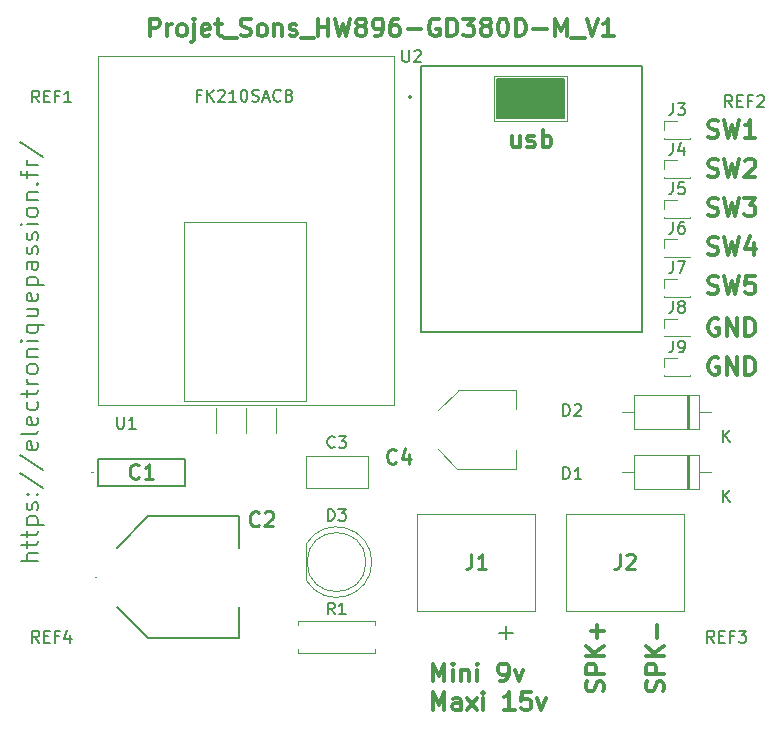
<source format=gbr>
%TF.GenerationSoftware,KiCad,Pcbnew,7.0.9*%
%TF.CreationDate,2025-08-10T16:09:38+02:00*%
%TF.ProjectId,Kicad_Projet_Sons_HW896_V1,4b696361-645f-4507-926f-6a65745f536f,rev?*%
%TF.SameCoordinates,Original*%
%TF.FileFunction,Legend,Top*%
%TF.FilePolarity,Positive*%
%FSLAX46Y46*%
G04 Gerber Fmt 4.6, Leading zero omitted, Abs format (unit mm)*
G04 Created by KiCad (PCBNEW 7.0.9) date 2025-08-10 16:09:38*
%MOMM*%
%LPD*%
G01*
G04 APERTURE LIST*
%ADD10C,0.200000*%
%ADD11C,0.300000*%
%ADD12C,0.187500*%
%ADD13C,0.254000*%
%ADD14C,0.150000*%
%ADD15C,0.050000*%
%ADD16C,0.100000*%
%ADD17C,0.120000*%
%ADD18C,0.127000*%
G04 APERTURE END LIST*
D10*
X154559000Y-53086000D02*
X160274000Y-53086000D01*
X160274000Y-56388000D01*
X154559000Y-56388000D01*
X154559000Y-53086000D01*
G36*
X154559000Y-53086000D02*
G01*
X160274000Y-53086000D01*
X160274000Y-56388000D01*
X154559000Y-56388000D01*
X154559000Y-53086000D01*
G37*
D11*
X172441082Y-61307400D02*
X172655368Y-61378828D01*
X172655368Y-61378828D02*
X173012510Y-61378828D01*
X173012510Y-61378828D02*
X173155368Y-61307400D01*
X173155368Y-61307400D02*
X173226796Y-61235971D01*
X173226796Y-61235971D02*
X173298225Y-61093114D01*
X173298225Y-61093114D02*
X173298225Y-60950257D01*
X173298225Y-60950257D02*
X173226796Y-60807400D01*
X173226796Y-60807400D02*
X173155368Y-60735971D01*
X173155368Y-60735971D02*
X173012510Y-60664542D01*
X173012510Y-60664542D02*
X172726796Y-60593114D01*
X172726796Y-60593114D02*
X172583939Y-60521685D01*
X172583939Y-60521685D02*
X172512510Y-60450257D01*
X172512510Y-60450257D02*
X172441082Y-60307400D01*
X172441082Y-60307400D02*
X172441082Y-60164542D01*
X172441082Y-60164542D02*
X172512510Y-60021685D01*
X172512510Y-60021685D02*
X172583939Y-59950257D01*
X172583939Y-59950257D02*
X172726796Y-59878828D01*
X172726796Y-59878828D02*
X173083939Y-59878828D01*
X173083939Y-59878828D02*
X173298225Y-59950257D01*
X173798224Y-59878828D02*
X174155367Y-61378828D01*
X174155367Y-61378828D02*
X174441081Y-60307400D01*
X174441081Y-60307400D02*
X174726796Y-61378828D01*
X174726796Y-61378828D02*
X175083939Y-59878828D01*
X175583939Y-60021685D02*
X175655367Y-59950257D01*
X175655367Y-59950257D02*
X175798225Y-59878828D01*
X175798225Y-59878828D02*
X176155367Y-59878828D01*
X176155367Y-59878828D02*
X176298225Y-59950257D01*
X176298225Y-59950257D02*
X176369653Y-60021685D01*
X176369653Y-60021685D02*
X176441082Y-60164542D01*
X176441082Y-60164542D02*
X176441082Y-60307400D01*
X176441082Y-60307400D02*
X176369653Y-60521685D01*
X176369653Y-60521685D02*
X175512510Y-61378828D01*
X175512510Y-61378828D02*
X176441082Y-61378828D01*
X156488368Y-57865828D02*
X156488368Y-58865828D01*
X155845510Y-57865828D02*
X155845510Y-58651542D01*
X155845510Y-58651542D02*
X155916939Y-58794400D01*
X155916939Y-58794400D02*
X156059796Y-58865828D01*
X156059796Y-58865828D02*
X156274082Y-58865828D01*
X156274082Y-58865828D02*
X156416939Y-58794400D01*
X156416939Y-58794400D02*
X156488368Y-58722971D01*
X157131225Y-58794400D02*
X157274082Y-58865828D01*
X157274082Y-58865828D02*
X157559796Y-58865828D01*
X157559796Y-58865828D02*
X157702653Y-58794400D01*
X157702653Y-58794400D02*
X157774082Y-58651542D01*
X157774082Y-58651542D02*
X157774082Y-58580114D01*
X157774082Y-58580114D02*
X157702653Y-58437257D01*
X157702653Y-58437257D02*
X157559796Y-58365828D01*
X157559796Y-58365828D02*
X157345511Y-58365828D01*
X157345511Y-58365828D02*
X157202653Y-58294400D01*
X157202653Y-58294400D02*
X157131225Y-58151542D01*
X157131225Y-58151542D02*
X157131225Y-58080114D01*
X157131225Y-58080114D02*
X157202653Y-57937257D01*
X157202653Y-57937257D02*
X157345511Y-57865828D01*
X157345511Y-57865828D02*
X157559796Y-57865828D01*
X157559796Y-57865828D02*
X157702653Y-57937257D01*
X158416939Y-58865828D02*
X158416939Y-57365828D01*
X158416939Y-57937257D02*
X158559797Y-57865828D01*
X158559797Y-57865828D02*
X158845511Y-57865828D01*
X158845511Y-57865828D02*
X158988368Y-57937257D01*
X158988368Y-57937257D02*
X159059797Y-58008685D01*
X159059797Y-58008685D02*
X159131225Y-58151542D01*
X159131225Y-58151542D02*
X159131225Y-58580114D01*
X159131225Y-58580114D02*
X159059797Y-58722971D01*
X159059797Y-58722971D02*
X158988368Y-58794400D01*
X158988368Y-58794400D02*
X158845511Y-58865828D01*
X158845511Y-58865828D02*
X158559797Y-58865828D01*
X158559797Y-58865828D02*
X158416939Y-58794400D01*
X168639400Y-104926917D02*
X168710828Y-104712632D01*
X168710828Y-104712632D02*
X168710828Y-104355489D01*
X168710828Y-104355489D02*
X168639400Y-104212632D01*
X168639400Y-104212632D02*
X168567971Y-104141203D01*
X168567971Y-104141203D02*
X168425114Y-104069774D01*
X168425114Y-104069774D02*
X168282257Y-104069774D01*
X168282257Y-104069774D02*
X168139400Y-104141203D01*
X168139400Y-104141203D02*
X168067971Y-104212632D01*
X168067971Y-104212632D02*
X167996542Y-104355489D01*
X167996542Y-104355489D02*
X167925114Y-104641203D01*
X167925114Y-104641203D02*
X167853685Y-104784060D01*
X167853685Y-104784060D02*
X167782257Y-104855489D01*
X167782257Y-104855489D02*
X167639400Y-104926917D01*
X167639400Y-104926917D02*
X167496542Y-104926917D01*
X167496542Y-104926917D02*
X167353685Y-104855489D01*
X167353685Y-104855489D02*
X167282257Y-104784060D01*
X167282257Y-104784060D02*
X167210828Y-104641203D01*
X167210828Y-104641203D02*
X167210828Y-104284060D01*
X167210828Y-104284060D02*
X167282257Y-104069774D01*
X168710828Y-103426918D02*
X167210828Y-103426918D01*
X167210828Y-103426918D02*
X167210828Y-102855489D01*
X167210828Y-102855489D02*
X167282257Y-102712632D01*
X167282257Y-102712632D02*
X167353685Y-102641203D01*
X167353685Y-102641203D02*
X167496542Y-102569775D01*
X167496542Y-102569775D02*
X167710828Y-102569775D01*
X167710828Y-102569775D02*
X167853685Y-102641203D01*
X167853685Y-102641203D02*
X167925114Y-102712632D01*
X167925114Y-102712632D02*
X167996542Y-102855489D01*
X167996542Y-102855489D02*
X167996542Y-103426918D01*
X168710828Y-101926918D02*
X167210828Y-101926918D01*
X168710828Y-101069775D02*
X167853685Y-101712632D01*
X167210828Y-101069775D02*
X168067971Y-101926918D01*
X168139400Y-100426918D02*
X168139400Y-99284061D01*
X163559400Y-104926917D02*
X163630828Y-104712632D01*
X163630828Y-104712632D02*
X163630828Y-104355489D01*
X163630828Y-104355489D02*
X163559400Y-104212632D01*
X163559400Y-104212632D02*
X163487971Y-104141203D01*
X163487971Y-104141203D02*
X163345114Y-104069774D01*
X163345114Y-104069774D02*
X163202257Y-104069774D01*
X163202257Y-104069774D02*
X163059400Y-104141203D01*
X163059400Y-104141203D02*
X162987971Y-104212632D01*
X162987971Y-104212632D02*
X162916542Y-104355489D01*
X162916542Y-104355489D02*
X162845114Y-104641203D01*
X162845114Y-104641203D02*
X162773685Y-104784060D01*
X162773685Y-104784060D02*
X162702257Y-104855489D01*
X162702257Y-104855489D02*
X162559400Y-104926917D01*
X162559400Y-104926917D02*
X162416542Y-104926917D01*
X162416542Y-104926917D02*
X162273685Y-104855489D01*
X162273685Y-104855489D02*
X162202257Y-104784060D01*
X162202257Y-104784060D02*
X162130828Y-104641203D01*
X162130828Y-104641203D02*
X162130828Y-104284060D01*
X162130828Y-104284060D02*
X162202257Y-104069774D01*
X163630828Y-103426918D02*
X162130828Y-103426918D01*
X162130828Y-103426918D02*
X162130828Y-102855489D01*
X162130828Y-102855489D02*
X162202257Y-102712632D01*
X162202257Y-102712632D02*
X162273685Y-102641203D01*
X162273685Y-102641203D02*
X162416542Y-102569775D01*
X162416542Y-102569775D02*
X162630828Y-102569775D01*
X162630828Y-102569775D02*
X162773685Y-102641203D01*
X162773685Y-102641203D02*
X162845114Y-102712632D01*
X162845114Y-102712632D02*
X162916542Y-102855489D01*
X162916542Y-102855489D02*
X162916542Y-103426918D01*
X163630828Y-101926918D02*
X162130828Y-101926918D01*
X163630828Y-101069775D02*
X162773685Y-101712632D01*
X162130828Y-101069775D02*
X162987971Y-101926918D01*
X163059400Y-100426918D02*
X163059400Y-99284061D01*
X163630828Y-99855489D02*
X162487971Y-99855489D01*
X149114510Y-104075828D02*
X149114510Y-102575828D01*
X149114510Y-102575828D02*
X149614510Y-103647257D01*
X149614510Y-103647257D02*
X150114510Y-102575828D01*
X150114510Y-102575828D02*
X150114510Y-104075828D01*
X150828796Y-104075828D02*
X150828796Y-103075828D01*
X150828796Y-102575828D02*
X150757368Y-102647257D01*
X150757368Y-102647257D02*
X150828796Y-102718685D01*
X150828796Y-102718685D02*
X150900225Y-102647257D01*
X150900225Y-102647257D02*
X150828796Y-102575828D01*
X150828796Y-102575828D02*
X150828796Y-102718685D01*
X151543082Y-103075828D02*
X151543082Y-104075828D01*
X151543082Y-103218685D02*
X151614511Y-103147257D01*
X151614511Y-103147257D02*
X151757368Y-103075828D01*
X151757368Y-103075828D02*
X151971654Y-103075828D01*
X151971654Y-103075828D02*
X152114511Y-103147257D01*
X152114511Y-103147257D02*
X152185940Y-103290114D01*
X152185940Y-103290114D02*
X152185940Y-104075828D01*
X152900225Y-104075828D02*
X152900225Y-103075828D01*
X152900225Y-102575828D02*
X152828797Y-102647257D01*
X152828797Y-102647257D02*
X152900225Y-102718685D01*
X152900225Y-102718685D02*
X152971654Y-102647257D01*
X152971654Y-102647257D02*
X152900225Y-102575828D01*
X152900225Y-102575828D02*
X152900225Y-102718685D01*
X154828797Y-104075828D02*
X155114511Y-104075828D01*
X155114511Y-104075828D02*
X155257368Y-104004400D01*
X155257368Y-104004400D02*
X155328797Y-103932971D01*
X155328797Y-103932971D02*
X155471654Y-103718685D01*
X155471654Y-103718685D02*
X155543083Y-103432971D01*
X155543083Y-103432971D02*
X155543083Y-102861542D01*
X155543083Y-102861542D02*
X155471654Y-102718685D01*
X155471654Y-102718685D02*
X155400226Y-102647257D01*
X155400226Y-102647257D02*
X155257368Y-102575828D01*
X155257368Y-102575828D02*
X154971654Y-102575828D01*
X154971654Y-102575828D02*
X154828797Y-102647257D01*
X154828797Y-102647257D02*
X154757368Y-102718685D01*
X154757368Y-102718685D02*
X154685940Y-102861542D01*
X154685940Y-102861542D02*
X154685940Y-103218685D01*
X154685940Y-103218685D02*
X154757368Y-103361542D01*
X154757368Y-103361542D02*
X154828797Y-103432971D01*
X154828797Y-103432971D02*
X154971654Y-103504400D01*
X154971654Y-103504400D02*
X155257368Y-103504400D01*
X155257368Y-103504400D02*
X155400226Y-103432971D01*
X155400226Y-103432971D02*
X155471654Y-103361542D01*
X155471654Y-103361542D02*
X155543083Y-103218685D01*
X156043082Y-103075828D02*
X156400225Y-104075828D01*
X156400225Y-104075828D02*
X156757368Y-103075828D01*
X149114510Y-106490828D02*
X149114510Y-104990828D01*
X149114510Y-104990828D02*
X149614510Y-106062257D01*
X149614510Y-106062257D02*
X150114510Y-104990828D01*
X150114510Y-104990828D02*
X150114510Y-106490828D01*
X151471654Y-106490828D02*
X151471654Y-105705114D01*
X151471654Y-105705114D02*
X151400225Y-105562257D01*
X151400225Y-105562257D02*
X151257368Y-105490828D01*
X151257368Y-105490828D02*
X150971654Y-105490828D01*
X150971654Y-105490828D02*
X150828796Y-105562257D01*
X151471654Y-106419400D02*
X151328796Y-106490828D01*
X151328796Y-106490828D02*
X150971654Y-106490828D01*
X150971654Y-106490828D02*
X150828796Y-106419400D01*
X150828796Y-106419400D02*
X150757368Y-106276542D01*
X150757368Y-106276542D02*
X150757368Y-106133685D01*
X150757368Y-106133685D02*
X150828796Y-105990828D01*
X150828796Y-105990828D02*
X150971654Y-105919400D01*
X150971654Y-105919400D02*
X151328796Y-105919400D01*
X151328796Y-105919400D02*
X151471654Y-105847971D01*
X152043082Y-106490828D02*
X152828797Y-105490828D01*
X152043082Y-105490828D02*
X152828797Y-106490828D01*
X153400225Y-106490828D02*
X153400225Y-105490828D01*
X153400225Y-104990828D02*
X153328797Y-105062257D01*
X153328797Y-105062257D02*
X153400225Y-105133685D01*
X153400225Y-105133685D02*
X153471654Y-105062257D01*
X153471654Y-105062257D02*
X153400225Y-104990828D01*
X153400225Y-104990828D02*
X153400225Y-105133685D01*
X156043083Y-106490828D02*
X155185940Y-106490828D01*
X155614511Y-106490828D02*
X155614511Y-104990828D01*
X155614511Y-104990828D02*
X155471654Y-105205114D01*
X155471654Y-105205114D02*
X155328797Y-105347971D01*
X155328797Y-105347971D02*
X155185940Y-105419400D01*
X157400225Y-104990828D02*
X156685939Y-104990828D01*
X156685939Y-104990828D02*
X156614511Y-105705114D01*
X156614511Y-105705114D02*
X156685939Y-105633685D01*
X156685939Y-105633685D02*
X156828797Y-105562257D01*
X156828797Y-105562257D02*
X157185939Y-105562257D01*
X157185939Y-105562257D02*
X157328797Y-105633685D01*
X157328797Y-105633685D02*
X157400225Y-105705114D01*
X157400225Y-105705114D02*
X157471654Y-105847971D01*
X157471654Y-105847971D02*
X157471654Y-106205114D01*
X157471654Y-106205114D02*
X157400225Y-106347971D01*
X157400225Y-106347971D02*
X157328797Y-106419400D01*
X157328797Y-106419400D02*
X157185939Y-106490828D01*
X157185939Y-106490828D02*
X156828797Y-106490828D01*
X156828797Y-106490828D02*
X156685939Y-106419400D01*
X156685939Y-106419400D02*
X156614511Y-106347971D01*
X157971653Y-105490828D02*
X158328796Y-106490828D01*
X158328796Y-106490828D02*
X158685939Y-105490828D01*
D12*
X115727678Y-93890502D02*
X114227678Y-93890502D01*
X115727678Y-93247645D02*
X114941964Y-93247645D01*
X114941964Y-93247645D02*
X114799107Y-93319073D01*
X114799107Y-93319073D02*
X114727678Y-93461930D01*
X114727678Y-93461930D02*
X114727678Y-93676216D01*
X114727678Y-93676216D02*
X114799107Y-93819073D01*
X114799107Y-93819073D02*
X114870535Y-93890502D01*
X114727678Y-92747644D02*
X114727678Y-92176216D01*
X114227678Y-92533359D02*
X115513392Y-92533359D01*
X115513392Y-92533359D02*
X115656250Y-92461930D01*
X115656250Y-92461930D02*
X115727678Y-92319073D01*
X115727678Y-92319073D02*
X115727678Y-92176216D01*
X114727678Y-91890501D02*
X114727678Y-91319073D01*
X114227678Y-91676216D02*
X115513392Y-91676216D01*
X115513392Y-91676216D02*
X115656250Y-91604787D01*
X115656250Y-91604787D02*
X115727678Y-91461930D01*
X115727678Y-91461930D02*
X115727678Y-91319073D01*
X114727678Y-90819073D02*
X116227678Y-90819073D01*
X114799107Y-90819073D02*
X114727678Y-90676216D01*
X114727678Y-90676216D02*
X114727678Y-90390501D01*
X114727678Y-90390501D02*
X114799107Y-90247644D01*
X114799107Y-90247644D02*
X114870535Y-90176216D01*
X114870535Y-90176216D02*
X115013392Y-90104787D01*
X115013392Y-90104787D02*
X115441964Y-90104787D01*
X115441964Y-90104787D02*
X115584821Y-90176216D01*
X115584821Y-90176216D02*
X115656250Y-90247644D01*
X115656250Y-90247644D02*
X115727678Y-90390501D01*
X115727678Y-90390501D02*
X115727678Y-90676216D01*
X115727678Y-90676216D02*
X115656250Y-90819073D01*
X115656250Y-89533358D02*
X115727678Y-89390501D01*
X115727678Y-89390501D02*
X115727678Y-89104787D01*
X115727678Y-89104787D02*
X115656250Y-88961930D01*
X115656250Y-88961930D02*
X115513392Y-88890501D01*
X115513392Y-88890501D02*
X115441964Y-88890501D01*
X115441964Y-88890501D02*
X115299107Y-88961930D01*
X115299107Y-88961930D02*
X115227678Y-89104787D01*
X115227678Y-89104787D02*
X115227678Y-89319073D01*
X115227678Y-89319073D02*
X115156250Y-89461930D01*
X115156250Y-89461930D02*
X115013392Y-89533358D01*
X115013392Y-89533358D02*
X114941964Y-89533358D01*
X114941964Y-89533358D02*
X114799107Y-89461930D01*
X114799107Y-89461930D02*
X114727678Y-89319073D01*
X114727678Y-89319073D02*
X114727678Y-89104787D01*
X114727678Y-89104787D02*
X114799107Y-88961930D01*
X115584821Y-88247644D02*
X115656250Y-88176215D01*
X115656250Y-88176215D02*
X115727678Y-88247644D01*
X115727678Y-88247644D02*
X115656250Y-88319072D01*
X115656250Y-88319072D02*
X115584821Y-88247644D01*
X115584821Y-88247644D02*
X115727678Y-88247644D01*
X114799107Y-88247644D02*
X114870535Y-88176215D01*
X114870535Y-88176215D02*
X114941964Y-88247644D01*
X114941964Y-88247644D02*
X114870535Y-88319072D01*
X114870535Y-88319072D02*
X114799107Y-88247644D01*
X114799107Y-88247644D02*
X114941964Y-88247644D01*
X114156250Y-86461929D02*
X116084821Y-87747643D01*
X114156250Y-84890500D02*
X116084821Y-86176214D01*
X115656250Y-83819071D02*
X115727678Y-83961928D01*
X115727678Y-83961928D02*
X115727678Y-84247643D01*
X115727678Y-84247643D02*
X115656250Y-84390500D01*
X115656250Y-84390500D02*
X115513392Y-84461928D01*
X115513392Y-84461928D02*
X114941964Y-84461928D01*
X114941964Y-84461928D02*
X114799107Y-84390500D01*
X114799107Y-84390500D02*
X114727678Y-84247643D01*
X114727678Y-84247643D02*
X114727678Y-83961928D01*
X114727678Y-83961928D02*
X114799107Y-83819071D01*
X114799107Y-83819071D02*
X114941964Y-83747643D01*
X114941964Y-83747643D02*
X115084821Y-83747643D01*
X115084821Y-83747643D02*
X115227678Y-84461928D01*
X115727678Y-82890500D02*
X115656250Y-83033357D01*
X115656250Y-83033357D02*
X115513392Y-83104786D01*
X115513392Y-83104786D02*
X114227678Y-83104786D01*
X115656250Y-81747643D02*
X115727678Y-81890500D01*
X115727678Y-81890500D02*
X115727678Y-82176215D01*
X115727678Y-82176215D02*
X115656250Y-82319072D01*
X115656250Y-82319072D02*
X115513392Y-82390500D01*
X115513392Y-82390500D02*
X114941964Y-82390500D01*
X114941964Y-82390500D02*
X114799107Y-82319072D01*
X114799107Y-82319072D02*
X114727678Y-82176215D01*
X114727678Y-82176215D02*
X114727678Y-81890500D01*
X114727678Y-81890500D02*
X114799107Y-81747643D01*
X114799107Y-81747643D02*
X114941964Y-81676215D01*
X114941964Y-81676215D02*
X115084821Y-81676215D01*
X115084821Y-81676215D02*
X115227678Y-82390500D01*
X115656250Y-80390501D02*
X115727678Y-80533358D01*
X115727678Y-80533358D02*
X115727678Y-80819072D01*
X115727678Y-80819072D02*
X115656250Y-80961929D01*
X115656250Y-80961929D02*
X115584821Y-81033358D01*
X115584821Y-81033358D02*
X115441964Y-81104786D01*
X115441964Y-81104786D02*
X115013392Y-81104786D01*
X115013392Y-81104786D02*
X114870535Y-81033358D01*
X114870535Y-81033358D02*
X114799107Y-80961929D01*
X114799107Y-80961929D02*
X114727678Y-80819072D01*
X114727678Y-80819072D02*
X114727678Y-80533358D01*
X114727678Y-80533358D02*
X114799107Y-80390501D01*
X114727678Y-79961929D02*
X114727678Y-79390501D01*
X114227678Y-79747644D02*
X115513392Y-79747644D01*
X115513392Y-79747644D02*
X115656250Y-79676215D01*
X115656250Y-79676215D02*
X115727678Y-79533358D01*
X115727678Y-79533358D02*
X115727678Y-79390501D01*
X115727678Y-78890501D02*
X114727678Y-78890501D01*
X115013392Y-78890501D02*
X114870535Y-78819072D01*
X114870535Y-78819072D02*
X114799107Y-78747644D01*
X114799107Y-78747644D02*
X114727678Y-78604786D01*
X114727678Y-78604786D02*
X114727678Y-78461929D01*
X115727678Y-77747644D02*
X115656250Y-77890501D01*
X115656250Y-77890501D02*
X115584821Y-77961930D01*
X115584821Y-77961930D02*
X115441964Y-78033358D01*
X115441964Y-78033358D02*
X115013392Y-78033358D01*
X115013392Y-78033358D02*
X114870535Y-77961930D01*
X114870535Y-77961930D02*
X114799107Y-77890501D01*
X114799107Y-77890501D02*
X114727678Y-77747644D01*
X114727678Y-77747644D02*
X114727678Y-77533358D01*
X114727678Y-77533358D02*
X114799107Y-77390501D01*
X114799107Y-77390501D02*
X114870535Y-77319073D01*
X114870535Y-77319073D02*
X115013392Y-77247644D01*
X115013392Y-77247644D02*
X115441964Y-77247644D01*
X115441964Y-77247644D02*
X115584821Y-77319073D01*
X115584821Y-77319073D02*
X115656250Y-77390501D01*
X115656250Y-77390501D02*
X115727678Y-77533358D01*
X115727678Y-77533358D02*
X115727678Y-77747644D01*
X114727678Y-76604787D02*
X115727678Y-76604787D01*
X114870535Y-76604787D02*
X114799107Y-76533358D01*
X114799107Y-76533358D02*
X114727678Y-76390501D01*
X114727678Y-76390501D02*
X114727678Y-76176215D01*
X114727678Y-76176215D02*
X114799107Y-76033358D01*
X114799107Y-76033358D02*
X114941964Y-75961930D01*
X114941964Y-75961930D02*
X115727678Y-75961930D01*
X115727678Y-75247644D02*
X114727678Y-75247644D01*
X114227678Y-75247644D02*
X114299107Y-75319072D01*
X114299107Y-75319072D02*
X114370535Y-75247644D01*
X114370535Y-75247644D02*
X114299107Y-75176215D01*
X114299107Y-75176215D02*
X114227678Y-75247644D01*
X114227678Y-75247644D02*
X114370535Y-75247644D01*
X114727678Y-73890501D02*
X116227678Y-73890501D01*
X115656250Y-73890501D02*
X115727678Y-74033358D01*
X115727678Y-74033358D02*
X115727678Y-74319072D01*
X115727678Y-74319072D02*
X115656250Y-74461929D01*
X115656250Y-74461929D02*
X115584821Y-74533358D01*
X115584821Y-74533358D02*
X115441964Y-74604786D01*
X115441964Y-74604786D02*
X115013392Y-74604786D01*
X115013392Y-74604786D02*
X114870535Y-74533358D01*
X114870535Y-74533358D02*
X114799107Y-74461929D01*
X114799107Y-74461929D02*
X114727678Y-74319072D01*
X114727678Y-74319072D02*
X114727678Y-74033358D01*
X114727678Y-74033358D02*
X114799107Y-73890501D01*
X114727678Y-72533358D02*
X115727678Y-72533358D01*
X114727678Y-73176215D02*
X115513392Y-73176215D01*
X115513392Y-73176215D02*
X115656250Y-73104786D01*
X115656250Y-73104786D02*
X115727678Y-72961929D01*
X115727678Y-72961929D02*
X115727678Y-72747643D01*
X115727678Y-72747643D02*
X115656250Y-72604786D01*
X115656250Y-72604786D02*
X115584821Y-72533358D01*
X115656250Y-71247643D02*
X115727678Y-71390500D01*
X115727678Y-71390500D02*
X115727678Y-71676215D01*
X115727678Y-71676215D02*
X115656250Y-71819072D01*
X115656250Y-71819072D02*
X115513392Y-71890500D01*
X115513392Y-71890500D02*
X114941964Y-71890500D01*
X114941964Y-71890500D02*
X114799107Y-71819072D01*
X114799107Y-71819072D02*
X114727678Y-71676215D01*
X114727678Y-71676215D02*
X114727678Y-71390500D01*
X114727678Y-71390500D02*
X114799107Y-71247643D01*
X114799107Y-71247643D02*
X114941964Y-71176215D01*
X114941964Y-71176215D02*
X115084821Y-71176215D01*
X115084821Y-71176215D02*
X115227678Y-71890500D01*
X114727678Y-70533358D02*
X116227678Y-70533358D01*
X114799107Y-70533358D02*
X114727678Y-70390501D01*
X114727678Y-70390501D02*
X114727678Y-70104786D01*
X114727678Y-70104786D02*
X114799107Y-69961929D01*
X114799107Y-69961929D02*
X114870535Y-69890501D01*
X114870535Y-69890501D02*
X115013392Y-69819072D01*
X115013392Y-69819072D02*
X115441964Y-69819072D01*
X115441964Y-69819072D02*
X115584821Y-69890501D01*
X115584821Y-69890501D02*
X115656250Y-69961929D01*
X115656250Y-69961929D02*
X115727678Y-70104786D01*
X115727678Y-70104786D02*
X115727678Y-70390501D01*
X115727678Y-70390501D02*
X115656250Y-70533358D01*
X115727678Y-68533358D02*
X114941964Y-68533358D01*
X114941964Y-68533358D02*
X114799107Y-68604786D01*
X114799107Y-68604786D02*
X114727678Y-68747643D01*
X114727678Y-68747643D02*
X114727678Y-69033358D01*
X114727678Y-69033358D02*
X114799107Y-69176215D01*
X115656250Y-68533358D02*
X115727678Y-68676215D01*
X115727678Y-68676215D02*
X115727678Y-69033358D01*
X115727678Y-69033358D02*
X115656250Y-69176215D01*
X115656250Y-69176215D02*
X115513392Y-69247643D01*
X115513392Y-69247643D02*
X115370535Y-69247643D01*
X115370535Y-69247643D02*
X115227678Y-69176215D01*
X115227678Y-69176215D02*
X115156250Y-69033358D01*
X115156250Y-69033358D02*
X115156250Y-68676215D01*
X115156250Y-68676215D02*
X115084821Y-68533358D01*
X115656250Y-67890500D02*
X115727678Y-67747643D01*
X115727678Y-67747643D02*
X115727678Y-67461929D01*
X115727678Y-67461929D02*
X115656250Y-67319072D01*
X115656250Y-67319072D02*
X115513392Y-67247643D01*
X115513392Y-67247643D02*
X115441964Y-67247643D01*
X115441964Y-67247643D02*
X115299107Y-67319072D01*
X115299107Y-67319072D02*
X115227678Y-67461929D01*
X115227678Y-67461929D02*
X115227678Y-67676215D01*
X115227678Y-67676215D02*
X115156250Y-67819072D01*
X115156250Y-67819072D02*
X115013392Y-67890500D01*
X115013392Y-67890500D02*
X114941964Y-67890500D01*
X114941964Y-67890500D02*
X114799107Y-67819072D01*
X114799107Y-67819072D02*
X114727678Y-67676215D01*
X114727678Y-67676215D02*
X114727678Y-67461929D01*
X114727678Y-67461929D02*
X114799107Y-67319072D01*
X115656250Y-66676214D02*
X115727678Y-66533357D01*
X115727678Y-66533357D02*
X115727678Y-66247643D01*
X115727678Y-66247643D02*
X115656250Y-66104786D01*
X115656250Y-66104786D02*
X115513392Y-66033357D01*
X115513392Y-66033357D02*
X115441964Y-66033357D01*
X115441964Y-66033357D02*
X115299107Y-66104786D01*
X115299107Y-66104786D02*
X115227678Y-66247643D01*
X115227678Y-66247643D02*
X115227678Y-66461929D01*
X115227678Y-66461929D02*
X115156250Y-66604786D01*
X115156250Y-66604786D02*
X115013392Y-66676214D01*
X115013392Y-66676214D02*
X114941964Y-66676214D01*
X114941964Y-66676214D02*
X114799107Y-66604786D01*
X114799107Y-66604786D02*
X114727678Y-66461929D01*
X114727678Y-66461929D02*
X114727678Y-66247643D01*
X114727678Y-66247643D02*
X114799107Y-66104786D01*
X115727678Y-65390500D02*
X114727678Y-65390500D01*
X114227678Y-65390500D02*
X114299107Y-65461928D01*
X114299107Y-65461928D02*
X114370535Y-65390500D01*
X114370535Y-65390500D02*
X114299107Y-65319071D01*
X114299107Y-65319071D02*
X114227678Y-65390500D01*
X114227678Y-65390500D02*
X114370535Y-65390500D01*
X115727678Y-64461928D02*
X115656250Y-64604785D01*
X115656250Y-64604785D02*
X115584821Y-64676214D01*
X115584821Y-64676214D02*
X115441964Y-64747642D01*
X115441964Y-64747642D02*
X115013392Y-64747642D01*
X115013392Y-64747642D02*
X114870535Y-64676214D01*
X114870535Y-64676214D02*
X114799107Y-64604785D01*
X114799107Y-64604785D02*
X114727678Y-64461928D01*
X114727678Y-64461928D02*
X114727678Y-64247642D01*
X114727678Y-64247642D02*
X114799107Y-64104785D01*
X114799107Y-64104785D02*
X114870535Y-64033357D01*
X114870535Y-64033357D02*
X115013392Y-63961928D01*
X115013392Y-63961928D02*
X115441964Y-63961928D01*
X115441964Y-63961928D02*
X115584821Y-64033357D01*
X115584821Y-64033357D02*
X115656250Y-64104785D01*
X115656250Y-64104785D02*
X115727678Y-64247642D01*
X115727678Y-64247642D02*
X115727678Y-64461928D01*
X114727678Y-63319071D02*
X115727678Y-63319071D01*
X114870535Y-63319071D02*
X114799107Y-63247642D01*
X114799107Y-63247642D02*
X114727678Y-63104785D01*
X114727678Y-63104785D02*
X114727678Y-62890499D01*
X114727678Y-62890499D02*
X114799107Y-62747642D01*
X114799107Y-62747642D02*
X114941964Y-62676214D01*
X114941964Y-62676214D02*
X115727678Y-62676214D01*
X115584821Y-61961928D02*
X115656250Y-61890499D01*
X115656250Y-61890499D02*
X115727678Y-61961928D01*
X115727678Y-61961928D02*
X115656250Y-62033356D01*
X115656250Y-62033356D02*
X115584821Y-61961928D01*
X115584821Y-61961928D02*
X115727678Y-61961928D01*
X114727678Y-61461927D02*
X114727678Y-60890499D01*
X115727678Y-61247642D02*
X114441964Y-61247642D01*
X114441964Y-61247642D02*
X114299107Y-61176213D01*
X114299107Y-61176213D02*
X114227678Y-61033356D01*
X114227678Y-61033356D02*
X114227678Y-60890499D01*
X115727678Y-60390499D02*
X114727678Y-60390499D01*
X115013392Y-60390499D02*
X114870535Y-60319070D01*
X114870535Y-60319070D02*
X114799107Y-60247642D01*
X114799107Y-60247642D02*
X114727678Y-60104784D01*
X114727678Y-60104784D02*
X114727678Y-59961927D01*
X114156250Y-58390499D02*
X116084821Y-59676213D01*
D11*
X173298225Y-73412257D02*
X173155368Y-73340828D01*
X173155368Y-73340828D02*
X172941082Y-73340828D01*
X172941082Y-73340828D02*
X172726796Y-73412257D01*
X172726796Y-73412257D02*
X172583939Y-73555114D01*
X172583939Y-73555114D02*
X172512510Y-73697971D01*
X172512510Y-73697971D02*
X172441082Y-73983685D01*
X172441082Y-73983685D02*
X172441082Y-74197971D01*
X172441082Y-74197971D02*
X172512510Y-74483685D01*
X172512510Y-74483685D02*
X172583939Y-74626542D01*
X172583939Y-74626542D02*
X172726796Y-74769400D01*
X172726796Y-74769400D02*
X172941082Y-74840828D01*
X172941082Y-74840828D02*
X173083939Y-74840828D01*
X173083939Y-74840828D02*
X173298225Y-74769400D01*
X173298225Y-74769400D02*
X173369653Y-74697971D01*
X173369653Y-74697971D02*
X173369653Y-74197971D01*
X173369653Y-74197971D02*
X173083939Y-74197971D01*
X174012510Y-74840828D02*
X174012510Y-73340828D01*
X174012510Y-73340828D02*
X174869653Y-74840828D01*
X174869653Y-74840828D02*
X174869653Y-73340828D01*
X175583939Y-74840828D02*
X175583939Y-73340828D01*
X175583939Y-73340828D02*
X175941082Y-73340828D01*
X175941082Y-73340828D02*
X176155368Y-73412257D01*
X176155368Y-73412257D02*
X176298225Y-73555114D01*
X176298225Y-73555114D02*
X176369654Y-73697971D01*
X176369654Y-73697971D02*
X176441082Y-73983685D01*
X176441082Y-73983685D02*
X176441082Y-74197971D01*
X176441082Y-74197971D02*
X176369654Y-74483685D01*
X176369654Y-74483685D02*
X176298225Y-74626542D01*
X176298225Y-74626542D02*
X176155368Y-74769400D01*
X176155368Y-74769400D02*
X175941082Y-74840828D01*
X175941082Y-74840828D02*
X175583939Y-74840828D01*
X173298225Y-76714257D02*
X173155368Y-76642828D01*
X173155368Y-76642828D02*
X172941082Y-76642828D01*
X172941082Y-76642828D02*
X172726796Y-76714257D01*
X172726796Y-76714257D02*
X172583939Y-76857114D01*
X172583939Y-76857114D02*
X172512510Y-76999971D01*
X172512510Y-76999971D02*
X172441082Y-77285685D01*
X172441082Y-77285685D02*
X172441082Y-77499971D01*
X172441082Y-77499971D02*
X172512510Y-77785685D01*
X172512510Y-77785685D02*
X172583939Y-77928542D01*
X172583939Y-77928542D02*
X172726796Y-78071400D01*
X172726796Y-78071400D02*
X172941082Y-78142828D01*
X172941082Y-78142828D02*
X173083939Y-78142828D01*
X173083939Y-78142828D02*
X173298225Y-78071400D01*
X173298225Y-78071400D02*
X173369653Y-77999971D01*
X173369653Y-77999971D02*
X173369653Y-77499971D01*
X173369653Y-77499971D02*
X173083939Y-77499971D01*
X174012510Y-78142828D02*
X174012510Y-76642828D01*
X174012510Y-76642828D02*
X174869653Y-78142828D01*
X174869653Y-78142828D02*
X174869653Y-76642828D01*
X175583939Y-78142828D02*
X175583939Y-76642828D01*
X175583939Y-76642828D02*
X175941082Y-76642828D01*
X175941082Y-76642828D02*
X176155368Y-76714257D01*
X176155368Y-76714257D02*
X176298225Y-76857114D01*
X176298225Y-76857114D02*
X176369654Y-76999971D01*
X176369654Y-76999971D02*
X176441082Y-77285685D01*
X176441082Y-77285685D02*
X176441082Y-77499971D01*
X176441082Y-77499971D02*
X176369654Y-77785685D01*
X176369654Y-77785685D02*
X176298225Y-77928542D01*
X176298225Y-77928542D02*
X176155368Y-78071400D01*
X176155368Y-78071400D02*
X175941082Y-78142828D01*
X175941082Y-78142828D02*
X175583939Y-78142828D01*
X172441082Y-67911400D02*
X172655368Y-67982828D01*
X172655368Y-67982828D02*
X173012510Y-67982828D01*
X173012510Y-67982828D02*
X173155368Y-67911400D01*
X173155368Y-67911400D02*
X173226796Y-67839971D01*
X173226796Y-67839971D02*
X173298225Y-67697114D01*
X173298225Y-67697114D02*
X173298225Y-67554257D01*
X173298225Y-67554257D02*
X173226796Y-67411400D01*
X173226796Y-67411400D02*
X173155368Y-67339971D01*
X173155368Y-67339971D02*
X173012510Y-67268542D01*
X173012510Y-67268542D02*
X172726796Y-67197114D01*
X172726796Y-67197114D02*
X172583939Y-67125685D01*
X172583939Y-67125685D02*
X172512510Y-67054257D01*
X172512510Y-67054257D02*
X172441082Y-66911400D01*
X172441082Y-66911400D02*
X172441082Y-66768542D01*
X172441082Y-66768542D02*
X172512510Y-66625685D01*
X172512510Y-66625685D02*
X172583939Y-66554257D01*
X172583939Y-66554257D02*
X172726796Y-66482828D01*
X172726796Y-66482828D02*
X173083939Y-66482828D01*
X173083939Y-66482828D02*
X173298225Y-66554257D01*
X173798224Y-66482828D02*
X174155367Y-67982828D01*
X174155367Y-67982828D02*
X174441081Y-66911400D01*
X174441081Y-66911400D02*
X174726796Y-67982828D01*
X174726796Y-67982828D02*
X175083939Y-66482828D01*
X176298225Y-66982828D02*
X176298225Y-67982828D01*
X175941082Y-66411400D02*
X175583939Y-67482828D01*
X175583939Y-67482828D02*
X176512510Y-67482828D01*
X125141510Y-49457828D02*
X125141510Y-47957828D01*
X125141510Y-47957828D02*
X125712939Y-47957828D01*
X125712939Y-47957828D02*
X125855796Y-48029257D01*
X125855796Y-48029257D02*
X125927225Y-48100685D01*
X125927225Y-48100685D02*
X125998653Y-48243542D01*
X125998653Y-48243542D02*
X125998653Y-48457828D01*
X125998653Y-48457828D02*
X125927225Y-48600685D01*
X125927225Y-48600685D02*
X125855796Y-48672114D01*
X125855796Y-48672114D02*
X125712939Y-48743542D01*
X125712939Y-48743542D02*
X125141510Y-48743542D01*
X126641510Y-49457828D02*
X126641510Y-48457828D01*
X126641510Y-48743542D02*
X126712939Y-48600685D01*
X126712939Y-48600685D02*
X126784368Y-48529257D01*
X126784368Y-48529257D02*
X126927225Y-48457828D01*
X126927225Y-48457828D02*
X127070082Y-48457828D01*
X127784367Y-49457828D02*
X127641510Y-49386400D01*
X127641510Y-49386400D02*
X127570081Y-49314971D01*
X127570081Y-49314971D02*
X127498653Y-49172114D01*
X127498653Y-49172114D02*
X127498653Y-48743542D01*
X127498653Y-48743542D02*
X127570081Y-48600685D01*
X127570081Y-48600685D02*
X127641510Y-48529257D01*
X127641510Y-48529257D02*
X127784367Y-48457828D01*
X127784367Y-48457828D02*
X127998653Y-48457828D01*
X127998653Y-48457828D02*
X128141510Y-48529257D01*
X128141510Y-48529257D02*
X128212939Y-48600685D01*
X128212939Y-48600685D02*
X128284367Y-48743542D01*
X128284367Y-48743542D02*
X128284367Y-49172114D01*
X128284367Y-49172114D02*
X128212939Y-49314971D01*
X128212939Y-49314971D02*
X128141510Y-49386400D01*
X128141510Y-49386400D02*
X127998653Y-49457828D01*
X127998653Y-49457828D02*
X127784367Y-49457828D01*
X128927224Y-48457828D02*
X128927224Y-49743542D01*
X128927224Y-49743542D02*
X128855796Y-49886400D01*
X128855796Y-49886400D02*
X128712939Y-49957828D01*
X128712939Y-49957828D02*
X128641510Y-49957828D01*
X128927224Y-47957828D02*
X128855796Y-48029257D01*
X128855796Y-48029257D02*
X128927224Y-48100685D01*
X128927224Y-48100685D02*
X128998653Y-48029257D01*
X128998653Y-48029257D02*
X128927224Y-47957828D01*
X128927224Y-47957828D02*
X128927224Y-48100685D01*
X130212939Y-49386400D02*
X130070082Y-49457828D01*
X130070082Y-49457828D02*
X129784368Y-49457828D01*
X129784368Y-49457828D02*
X129641510Y-49386400D01*
X129641510Y-49386400D02*
X129570082Y-49243542D01*
X129570082Y-49243542D02*
X129570082Y-48672114D01*
X129570082Y-48672114D02*
X129641510Y-48529257D01*
X129641510Y-48529257D02*
X129784368Y-48457828D01*
X129784368Y-48457828D02*
X130070082Y-48457828D01*
X130070082Y-48457828D02*
X130212939Y-48529257D01*
X130212939Y-48529257D02*
X130284368Y-48672114D01*
X130284368Y-48672114D02*
X130284368Y-48814971D01*
X130284368Y-48814971D02*
X129570082Y-48957828D01*
X130712939Y-48457828D02*
X131284367Y-48457828D01*
X130927224Y-47957828D02*
X130927224Y-49243542D01*
X130927224Y-49243542D02*
X130998653Y-49386400D01*
X130998653Y-49386400D02*
X131141510Y-49457828D01*
X131141510Y-49457828D02*
X131284367Y-49457828D01*
X131427225Y-49600685D02*
X132570082Y-49600685D01*
X132855796Y-49386400D02*
X133070082Y-49457828D01*
X133070082Y-49457828D02*
X133427224Y-49457828D01*
X133427224Y-49457828D02*
X133570082Y-49386400D01*
X133570082Y-49386400D02*
X133641510Y-49314971D01*
X133641510Y-49314971D02*
X133712939Y-49172114D01*
X133712939Y-49172114D02*
X133712939Y-49029257D01*
X133712939Y-49029257D02*
X133641510Y-48886400D01*
X133641510Y-48886400D02*
X133570082Y-48814971D01*
X133570082Y-48814971D02*
X133427224Y-48743542D01*
X133427224Y-48743542D02*
X133141510Y-48672114D01*
X133141510Y-48672114D02*
X132998653Y-48600685D01*
X132998653Y-48600685D02*
X132927224Y-48529257D01*
X132927224Y-48529257D02*
X132855796Y-48386400D01*
X132855796Y-48386400D02*
X132855796Y-48243542D01*
X132855796Y-48243542D02*
X132927224Y-48100685D01*
X132927224Y-48100685D02*
X132998653Y-48029257D01*
X132998653Y-48029257D02*
X133141510Y-47957828D01*
X133141510Y-47957828D02*
X133498653Y-47957828D01*
X133498653Y-47957828D02*
X133712939Y-48029257D01*
X134570081Y-49457828D02*
X134427224Y-49386400D01*
X134427224Y-49386400D02*
X134355795Y-49314971D01*
X134355795Y-49314971D02*
X134284367Y-49172114D01*
X134284367Y-49172114D02*
X134284367Y-48743542D01*
X134284367Y-48743542D02*
X134355795Y-48600685D01*
X134355795Y-48600685D02*
X134427224Y-48529257D01*
X134427224Y-48529257D02*
X134570081Y-48457828D01*
X134570081Y-48457828D02*
X134784367Y-48457828D01*
X134784367Y-48457828D02*
X134927224Y-48529257D01*
X134927224Y-48529257D02*
X134998653Y-48600685D01*
X134998653Y-48600685D02*
X135070081Y-48743542D01*
X135070081Y-48743542D02*
X135070081Y-49172114D01*
X135070081Y-49172114D02*
X134998653Y-49314971D01*
X134998653Y-49314971D02*
X134927224Y-49386400D01*
X134927224Y-49386400D02*
X134784367Y-49457828D01*
X134784367Y-49457828D02*
X134570081Y-49457828D01*
X135712938Y-48457828D02*
X135712938Y-49457828D01*
X135712938Y-48600685D02*
X135784367Y-48529257D01*
X135784367Y-48529257D02*
X135927224Y-48457828D01*
X135927224Y-48457828D02*
X136141510Y-48457828D01*
X136141510Y-48457828D02*
X136284367Y-48529257D01*
X136284367Y-48529257D02*
X136355796Y-48672114D01*
X136355796Y-48672114D02*
X136355796Y-49457828D01*
X136998653Y-49386400D02*
X137141510Y-49457828D01*
X137141510Y-49457828D02*
X137427224Y-49457828D01*
X137427224Y-49457828D02*
X137570081Y-49386400D01*
X137570081Y-49386400D02*
X137641510Y-49243542D01*
X137641510Y-49243542D02*
X137641510Y-49172114D01*
X137641510Y-49172114D02*
X137570081Y-49029257D01*
X137570081Y-49029257D02*
X137427224Y-48957828D01*
X137427224Y-48957828D02*
X137212939Y-48957828D01*
X137212939Y-48957828D02*
X137070081Y-48886400D01*
X137070081Y-48886400D02*
X136998653Y-48743542D01*
X136998653Y-48743542D02*
X136998653Y-48672114D01*
X136998653Y-48672114D02*
X137070081Y-48529257D01*
X137070081Y-48529257D02*
X137212939Y-48457828D01*
X137212939Y-48457828D02*
X137427224Y-48457828D01*
X137427224Y-48457828D02*
X137570081Y-48529257D01*
X137927225Y-49600685D02*
X139070082Y-49600685D01*
X139427224Y-49457828D02*
X139427224Y-47957828D01*
X139427224Y-48672114D02*
X140284367Y-48672114D01*
X140284367Y-49457828D02*
X140284367Y-47957828D01*
X140855796Y-47957828D02*
X141212939Y-49457828D01*
X141212939Y-49457828D02*
X141498653Y-48386400D01*
X141498653Y-48386400D02*
X141784368Y-49457828D01*
X141784368Y-49457828D02*
X142141511Y-47957828D01*
X142927225Y-48600685D02*
X142784368Y-48529257D01*
X142784368Y-48529257D02*
X142712939Y-48457828D01*
X142712939Y-48457828D02*
X142641511Y-48314971D01*
X142641511Y-48314971D02*
X142641511Y-48243542D01*
X142641511Y-48243542D02*
X142712939Y-48100685D01*
X142712939Y-48100685D02*
X142784368Y-48029257D01*
X142784368Y-48029257D02*
X142927225Y-47957828D01*
X142927225Y-47957828D02*
X143212939Y-47957828D01*
X143212939Y-47957828D02*
X143355797Y-48029257D01*
X143355797Y-48029257D02*
X143427225Y-48100685D01*
X143427225Y-48100685D02*
X143498654Y-48243542D01*
X143498654Y-48243542D02*
X143498654Y-48314971D01*
X143498654Y-48314971D02*
X143427225Y-48457828D01*
X143427225Y-48457828D02*
X143355797Y-48529257D01*
X143355797Y-48529257D02*
X143212939Y-48600685D01*
X143212939Y-48600685D02*
X142927225Y-48600685D01*
X142927225Y-48600685D02*
X142784368Y-48672114D01*
X142784368Y-48672114D02*
X142712939Y-48743542D01*
X142712939Y-48743542D02*
X142641511Y-48886400D01*
X142641511Y-48886400D02*
X142641511Y-49172114D01*
X142641511Y-49172114D02*
X142712939Y-49314971D01*
X142712939Y-49314971D02*
X142784368Y-49386400D01*
X142784368Y-49386400D02*
X142927225Y-49457828D01*
X142927225Y-49457828D02*
X143212939Y-49457828D01*
X143212939Y-49457828D02*
X143355797Y-49386400D01*
X143355797Y-49386400D02*
X143427225Y-49314971D01*
X143427225Y-49314971D02*
X143498654Y-49172114D01*
X143498654Y-49172114D02*
X143498654Y-48886400D01*
X143498654Y-48886400D02*
X143427225Y-48743542D01*
X143427225Y-48743542D02*
X143355797Y-48672114D01*
X143355797Y-48672114D02*
X143212939Y-48600685D01*
X144212939Y-49457828D02*
X144498653Y-49457828D01*
X144498653Y-49457828D02*
X144641510Y-49386400D01*
X144641510Y-49386400D02*
X144712939Y-49314971D01*
X144712939Y-49314971D02*
X144855796Y-49100685D01*
X144855796Y-49100685D02*
X144927225Y-48814971D01*
X144927225Y-48814971D02*
X144927225Y-48243542D01*
X144927225Y-48243542D02*
X144855796Y-48100685D01*
X144855796Y-48100685D02*
X144784368Y-48029257D01*
X144784368Y-48029257D02*
X144641510Y-47957828D01*
X144641510Y-47957828D02*
X144355796Y-47957828D01*
X144355796Y-47957828D02*
X144212939Y-48029257D01*
X144212939Y-48029257D02*
X144141510Y-48100685D01*
X144141510Y-48100685D02*
X144070082Y-48243542D01*
X144070082Y-48243542D02*
X144070082Y-48600685D01*
X144070082Y-48600685D02*
X144141510Y-48743542D01*
X144141510Y-48743542D02*
X144212939Y-48814971D01*
X144212939Y-48814971D02*
X144355796Y-48886400D01*
X144355796Y-48886400D02*
X144641510Y-48886400D01*
X144641510Y-48886400D02*
X144784368Y-48814971D01*
X144784368Y-48814971D02*
X144855796Y-48743542D01*
X144855796Y-48743542D02*
X144927225Y-48600685D01*
X146212939Y-47957828D02*
X145927224Y-47957828D01*
X145927224Y-47957828D02*
X145784367Y-48029257D01*
X145784367Y-48029257D02*
X145712939Y-48100685D01*
X145712939Y-48100685D02*
X145570081Y-48314971D01*
X145570081Y-48314971D02*
X145498653Y-48600685D01*
X145498653Y-48600685D02*
X145498653Y-49172114D01*
X145498653Y-49172114D02*
X145570081Y-49314971D01*
X145570081Y-49314971D02*
X145641510Y-49386400D01*
X145641510Y-49386400D02*
X145784367Y-49457828D01*
X145784367Y-49457828D02*
X146070081Y-49457828D01*
X146070081Y-49457828D02*
X146212939Y-49386400D01*
X146212939Y-49386400D02*
X146284367Y-49314971D01*
X146284367Y-49314971D02*
X146355796Y-49172114D01*
X146355796Y-49172114D02*
X146355796Y-48814971D01*
X146355796Y-48814971D02*
X146284367Y-48672114D01*
X146284367Y-48672114D02*
X146212939Y-48600685D01*
X146212939Y-48600685D02*
X146070081Y-48529257D01*
X146070081Y-48529257D02*
X145784367Y-48529257D01*
X145784367Y-48529257D02*
X145641510Y-48600685D01*
X145641510Y-48600685D02*
X145570081Y-48672114D01*
X145570081Y-48672114D02*
X145498653Y-48814971D01*
X146998652Y-48886400D02*
X148141510Y-48886400D01*
X149641510Y-48029257D02*
X149498653Y-47957828D01*
X149498653Y-47957828D02*
X149284367Y-47957828D01*
X149284367Y-47957828D02*
X149070081Y-48029257D01*
X149070081Y-48029257D02*
X148927224Y-48172114D01*
X148927224Y-48172114D02*
X148855795Y-48314971D01*
X148855795Y-48314971D02*
X148784367Y-48600685D01*
X148784367Y-48600685D02*
X148784367Y-48814971D01*
X148784367Y-48814971D02*
X148855795Y-49100685D01*
X148855795Y-49100685D02*
X148927224Y-49243542D01*
X148927224Y-49243542D02*
X149070081Y-49386400D01*
X149070081Y-49386400D02*
X149284367Y-49457828D01*
X149284367Y-49457828D02*
X149427224Y-49457828D01*
X149427224Y-49457828D02*
X149641510Y-49386400D01*
X149641510Y-49386400D02*
X149712938Y-49314971D01*
X149712938Y-49314971D02*
X149712938Y-48814971D01*
X149712938Y-48814971D02*
X149427224Y-48814971D01*
X150355795Y-49457828D02*
X150355795Y-47957828D01*
X150355795Y-47957828D02*
X150712938Y-47957828D01*
X150712938Y-47957828D02*
X150927224Y-48029257D01*
X150927224Y-48029257D02*
X151070081Y-48172114D01*
X151070081Y-48172114D02*
X151141510Y-48314971D01*
X151141510Y-48314971D02*
X151212938Y-48600685D01*
X151212938Y-48600685D02*
X151212938Y-48814971D01*
X151212938Y-48814971D02*
X151141510Y-49100685D01*
X151141510Y-49100685D02*
X151070081Y-49243542D01*
X151070081Y-49243542D02*
X150927224Y-49386400D01*
X150927224Y-49386400D02*
X150712938Y-49457828D01*
X150712938Y-49457828D02*
X150355795Y-49457828D01*
X151712938Y-47957828D02*
X152641510Y-47957828D01*
X152641510Y-47957828D02*
X152141510Y-48529257D01*
X152141510Y-48529257D02*
X152355795Y-48529257D01*
X152355795Y-48529257D02*
X152498653Y-48600685D01*
X152498653Y-48600685D02*
X152570081Y-48672114D01*
X152570081Y-48672114D02*
X152641510Y-48814971D01*
X152641510Y-48814971D02*
X152641510Y-49172114D01*
X152641510Y-49172114D02*
X152570081Y-49314971D01*
X152570081Y-49314971D02*
X152498653Y-49386400D01*
X152498653Y-49386400D02*
X152355795Y-49457828D01*
X152355795Y-49457828D02*
X151927224Y-49457828D01*
X151927224Y-49457828D02*
X151784367Y-49386400D01*
X151784367Y-49386400D02*
X151712938Y-49314971D01*
X153498652Y-48600685D02*
X153355795Y-48529257D01*
X153355795Y-48529257D02*
X153284366Y-48457828D01*
X153284366Y-48457828D02*
X153212938Y-48314971D01*
X153212938Y-48314971D02*
X153212938Y-48243542D01*
X153212938Y-48243542D02*
X153284366Y-48100685D01*
X153284366Y-48100685D02*
X153355795Y-48029257D01*
X153355795Y-48029257D02*
X153498652Y-47957828D01*
X153498652Y-47957828D02*
X153784366Y-47957828D01*
X153784366Y-47957828D02*
X153927224Y-48029257D01*
X153927224Y-48029257D02*
X153998652Y-48100685D01*
X153998652Y-48100685D02*
X154070081Y-48243542D01*
X154070081Y-48243542D02*
X154070081Y-48314971D01*
X154070081Y-48314971D02*
X153998652Y-48457828D01*
X153998652Y-48457828D02*
X153927224Y-48529257D01*
X153927224Y-48529257D02*
X153784366Y-48600685D01*
X153784366Y-48600685D02*
X153498652Y-48600685D01*
X153498652Y-48600685D02*
X153355795Y-48672114D01*
X153355795Y-48672114D02*
X153284366Y-48743542D01*
X153284366Y-48743542D02*
X153212938Y-48886400D01*
X153212938Y-48886400D02*
X153212938Y-49172114D01*
X153212938Y-49172114D02*
X153284366Y-49314971D01*
X153284366Y-49314971D02*
X153355795Y-49386400D01*
X153355795Y-49386400D02*
X153498652Y-49457828D01*
X153498652Y-49457828D02*
X153784366Y-49457828D01*
X153784366Y-49457828D02*
X153927224Y-49386400D01*
X153927224Y-49386400D02*
X153998652Y-49314971D01*
X153998652Y-49314971D02*
X154070081Y-49172114D01*
X154070081Y-49172114D02*
X154070081Y-48886400D01*
X154070081Y-48886400D02*
X153998652Y-48743542D01*
X153998652Y-48743542D02*
X153927224Y-48672114D01*
X153927224Y-48672114D02*
X153784366Y-48600685D01*
X154998652Y-47957828D02*
X155141509Y-47957828D01*
X155141509Y-47957828D02*
X155284366Y-48029257D01*
X155284366Y-48029257D02*
X155355795Y-48100685D01*
X155355795Y-48100685D02*
X155427223Y-48243542D01*
X155427223Y-48243542D02*
X155498652Y-48529257D01*
X155498652Y-48529257D02*
X155498652Y-48886400D01*
X155498652Y-48886400D02*
X155427223Y-49172114D01*
X155427223Y-49172114D02*
X155355795Y-49314971D01*
X155355795Y-49314971D02*
X155284366Y-49386400D01*
X155284366Y-49386400D02*
X155141509Y-49457828D01*
X155141509Y-49457828D02*
X154998652Y-49457828D01*
X154998652Y-49457828D02*
X154855795Y-49386400D01*
X154855795Y-49386400D02*
X154784366Y-49314971D01*
X154784366Y-49314971D02*
X154712937Y-49172114D01*
X154712937Y-49172114D02*
X154641509Y-48886400D01*
X154641509Y-48886400D02*
X154641509Y-48529257D01*
X154641509Y-48529257D02*
X154712937Y-48243542D01*
X154712937Y-48243542D02*
X154784366Y-48100685D01*
X154784366Y-48100685D02*
X154855795Y-48029257D01*
X154855795Y-48029257D02*
X154998652Y-47957828D01*
X156141508Y-49457828D02*
X156141508Y-47957828D01*
X156141508Y-47957828D02*
X156498651Y-47957828D01*
X156498651Y-47957828D02*
X156712937Y-48029257D01*
X156712937Y-48029257D02*
X156855794Y-48172114D01*
X156855794Y-48172114D02*
X156927223Y-48314971D01*
X156927223Y-48314971D02*
X156998651Y-48600685D01*
X156998651Y-48600685D02*
X156998651Y-48814971D01*
X156998651Y-48814971D02*
X156927223Y-49100685D01*
X156927223Y-49100685D02*
X156855794Y-49243542D01*
X156855794Y-49243542D02*
X156712937Y-49386400D01*
X156712937Y-49386400D02*
X156498651Y-49457828D01*
X156498651Y-49457828D02*
X156141508Y-49457828D01*
X157641508Y-48886400D02*
X158784366Y-48886400D01*
X159498651Y-49457828D02*
X159498651Y-47957828D01*
X159498651Y-47957828D02*
X159998651Y-49029257D01*
X159998651Y-49029257D02*
X160498651Y-47957828D01*
X160498651Y-47957828D02*
X160498651Y-49457828D01*
X160855795Y-49600685D02*
X161998652Y-49600685D01*
X162141509Y-47957828D02*
X162641509Y-49457828D01*
X162641509Y-49457828D02*
X163141509Y-47957828D01*
X164427223Y-49457828D02*
X163570080Y-49457828D01*
X163998651Y-49457828D02*
X163998651Y-47957828D01*
X163998651Y-47957828D02*
X163855794Y-48172114D01*
X163855794Y-48172114D02*
X163712937Y-48314971D01*
X163712937Y-48314971D02*
X163570080Y-48386400D01*
X172441082Y-64609400D02*
X172655368Y-64680828D01*
X172655368Y-64680828D02*
X173012510Y-64680828D01*
X173012510Y-64680828D02*
X173155368Y-64609400D01*
X173155368Y-64609400D02*
X173226796Y-64537971D01*
X173226796Y-64537971D02*
X173298225Y-64395114D01*
X173298225Y-64395114D02*
X173298225Y-64252257D01*
X173298225Y-64252257D02*
X173226796Y-64109400D01*
X173226796Y-64109400D02*
X173155368Y-64037971D01*
X173155368Y-64037971D02*
X173012510Y-63966542D01*
X173012510Y-63966542D02*
X172726796Y-63895114D01*
X172726796Y-63895114D02*
X172583939Y-63823685D01*
X172583939Y-63823685D02*
X172512510Y-63752257D01*
X172512510Y-63752257D02*
X172441082Y-63609400D01*
X172441082Y-63609400D02*
X172441082Y-63466542D01*
X172441082Y-63466542D02*
X172512510Y-63323685D01*
X172512510Y-63323685D02*
X172583939Y-63252257D01*
X172583939Y-63252257D02*
X172726796Y-63180828D01*
X172726796Y-63180828D02*
X173083939Y-63180828D01*
X173083939Y-63180828D02*
X173298225Y-63252257D01*
X173798224Y-63180828D02*
X174155367Y-64680828D01*
X174155367Y-64680828D02*
X174441081Y-63609400D01*
X174441081Y-63609400D02*
X174726796Y-64680828D01*
X174726796Y-64680828D02*
X175083939Y-63180828D01*
X175512510Y-63180828D02*
X176441082Y-63180828D01*
X176441082Y-63180828D02*
X175941082Y-63752257D01*
X175941082Y-63752257D02*
X176155367Y-63752257D01*
X176155367Y-63752257D02*
X176298225Y-63823685D01*
X176298225Y-63823685D02*
X176369653Y-63895114D01*
X176369653Y-63895114D02*
X176441082Y-64037971D01*
X176441082Y-64037971D02*
X176441082Y-64395114D01*
X176441082Y-64395114D02*
X176369653Y-64537971D01*
X176369653Y-64537971D02*
X176298225Y-64609400D01*
X176298225Y-64609400D02*
X176155367Y-64680828D01*
X176155367Y-64680828D02*
X175726796Y-64680828D01*
X175726796Y-64680828D02*
X175583939Y-64609400D01*
X175583939Y-64609400D02*
X175512510Y-64537971D01*
D12*
X154755497Y-99956250D02*
X155898355Y-99956250D01*
X155326926Y-100527678D02*
X155326926Y-99384821D01*
D11*
X172441082Y-58005400D02*
X172655368Y-58076828D01*
X172655368Y-58076828D02*
X173012510Y-58076828D01*
X173012510Y-58076828D02*
X173155368Y-58005400D01*
X173155368Y-58005400D02*
X173226796Y-57933971D01*
X173226796Y-57933971D02*
X173298225Y-57791114D01*
X173298225Y-57791114D02*
X173298225Y-57648257D01*
X173298225Y-57648257D02*
X173226796Y-57505400D01*
X173226796Y-57505400D02*
X173155368Y-57433971D01*
X173155368Y-57433971D02*
X173012510Y-57362542D01*
X173012510Y-57362542D02*
X172726796Y-57291114D01*
X172726796Y-57291114D02*
X172583939Y-57219685D01*
X172583939Y-57219685D02*
X172512510Y-57148257D01*
X172512510Y-57148257D02*
X172441082Y-57005400D01*
X172441082Y-57005400D02*
X172441082Y-56862542D01*
X172441082Y-56862542D02*
X172512510Y-56719685D01*
X172512510Y-56719685D02*
X172583939Y-56648257D01*
X172583939Y-56648257D02*
X172726796Y-56576828D01*
X172726796Y-56576828D02*
X173083939Y-56576828D01*
X173083939Y-56576828D02*
X173298225Y-56648257D01*
X173798224Y-56576828D02*
X174155367Y-58076828D01*
X174155367Y-58076828D02*
X174441081Y-57005400D01*
X174441081Y-57005400D02*
X174726796Y-58076828D01*
X174726796Y-58076828D02*
X175083939Y-56576828D01*
X176441082Y-58076828D02*
X175583939Y-58076828D01*
X176012510Y-58076828D02*
X176012510Y-56576828D01*
X176012510Y-56576828D02*
X175869653Y-56791114D01*
X175869653Y-56791114D02*
X175726796Y-56933971D01*
X175726796Y-56933971D02*
X175583939Y-57005400D01*
D10*
X129481006Y-54461409D02*
X129147673Y-54461409D01*
X129147673Y-54985219D02*
X129147673Y-53985219D01*
X129147673Y-53985219D02*
X129623863Y-53985219D01*
X130004816Y-54985219D02*
X130004816Y-53985219D01*
X130576244Y-54985219D02*
X130147673Y-54413790D01*
X130576244Y-53985219D02*
X130004816Y-54556647D01*
X130957197Y-54080457D02*
X131004816Y-54032838D01*
X131004816Y-54032838D02*
X131100054Y-53985219D01*
X131100054Y-53985219D02*
X131338149Y-53985219D01*
X131338149Y-53985219D02*
X131433387Y-54032838D01*
X131433387Y-54032838D02*
X131481006Y-54080457D01*
X131481006Y-54080457D02*
X131528625Y-54175695D01*
X131528625Y-54175695D02*
X131528625Y-54270933D01*
X131528625Y-54270933D02*
X131481006Y-54413790D01*
X131481006Y-54413790D02*
X130909578Y-54985219D01*
X130909578Y-54985219D02*
X131528625Y-54985219D01*
X132481006Y-54985219D02*
X131909578Y-54985219D01*
X132195292Y-54985219D02*
X132195292Y-53985219D01*
X132195292Y-53985219D02*
X132100054Y-54128076D01*
X132100054Y-54128076D02*
X132004816Y-54223314D01*
X132004816Y-54223314D02*
X131909578Y-54270933D01*
X133100054Y-53985219D02*
X133195292Y-53985219D01*
X133195292Y-53985219D02*
X133290530Y-54032838D01*
X133290530Y-54032838D02*
X133338149Y-54080457D01*
X133338149Y-54080457D02*
X133385768Y-54175695D01*
X133385768Y-54175695D02*
X133433387Y-54366171D01*
X133433387Y-54366171D02*
X133433387Y-54604266D01*
X133433387Y-54604266D02*
X133385768Y-54794742D01*
X133385768Y-54794742D02*
X133338149Y-54889980D01*
X133338149Y-54889980D02*
X133290530Y-54937600D01*
X133290530Y-54937600D02*
X133195292Y-54985219D01*
X133195292Y-54985219D02*
X133100054Y-54985219D01*
X133100054Y-54985219D02*
X133004816Y-54937600D01*
X133004816Y-54937600D02*
X132957197Y-54889980D01*
X132957197Y-54889980D02*
X132909578Y-54794742D01*
X132909578Y-54794742D02*
X132861959Y-54604266D01*
X132861959Y-54604266D02*
X132861959Y-54366171D01*
X132861959Y-54366171D02*
X132909578Y-54175695D01*
X132909578Y-54175695D02*
X132957197Y-54080457D01*
X132957197Y-54080457D02*
X133004816Y-54032838D01*
X133004816Y-54032838D02*
X133100054Y-53985219D01*
X133814340Y-54937600D02*
X133957197Y-54985219D01*
X133957197Y-54985219D02*
X134195292Y-54985219D01*
X134195292Y-54985219D02*
X134290530Y-54937600D01*
X134290530Y-54937600D02*
X134338149Y-54889980D01*
X134338149Y-54889980D02*
X134385768Y-54794742D01*
X134385768Y-54794742D02*
X134385768Y-54699504D01*
X134385768Y-54699504D02*
X134338149Y-54604266D01*
X134338149Y-54604266D02*
X134290530Y-54556647D01*
X134290530Y-54556647D02*
X134195292Y-54509028D01*
X134195292Y-54509028D02*
X134004816Y-54461409D01*
X134004816Y-54461409D02*
X133909578Y-54413790D01*
X133909578Y-54413790D02*
X133861959Y-54366171D01*
X133861959Y-54366171D02*
X133814340Y-54270933D01*
X133814340Y-54270933D02*
X133814340Y-54175695D01*
X133814340Y-54175695D02*
X133861959Y-54080457D01*
X133861959Y-54080457D02*
X133909578Y-54032838D01*
X133909578Y-54032838D02*
X134004816Y-53985219D01*
X134004816Y-53985219D02*
X134242911Y-53985219D01*
X134242911Y-53985219D02*
X134385768Y-54032838D01*
X134766721Y-54699504D02*
X135242911Y-54699504D01*
X134671483Y-54985219D02*
X135004816Y-53985219D01*
X135004816Y-53985219D02*
X135338149Y-54985219D01*
X136242911Y-54889980D02*
X136195292Y-54937600D01*
X136195292Y-54937600D02*
X136052435Y-54985219D01*
X136052435Y-54985219D02*
X135957197Y-54985219D01*
X135957197Y-54985219D02*
X135814340Y-54937600D01*
X135814340Y-54937600D02*
X135719102Y-54842361D01*
X135719102Y-54842361D02*
X135671483Y-54747123D01*
X135671483Y-54747123D02*
X135623864Y-54556647D01*
X135623864Y-54556647D02*
X135623864Y-54413790D01*
X135623864Y-54413790D02*
X135671483Y-54223314D01*
X135671483Y-54223314D02*
X135719102Y-54128076D01*
X135719102Y-54128076D02*
X135814340Y-54032838D01*
X135814340Y-54032838D02*
X135957197Y-53985219D01*
X135957197Y-53985219D02*
X136052435Y-53985219D01*
X136052435Y-53985219D02*
X136195292Y-54032838D01*
X136195292Y-54032838D02*
X136242911Y-54080457D01*
X137004816Y-54461409D02*
X137147673Y-54509028D01*
X137147673Y-54509028D02*
X137195292Y-54556647D01*
X137195292Y-54556647D02*
X137242911Y-54651885D01*
X137242911Y-54651885D02*
X137242911Y-54794742D01*
X137242911Y-54794742D02*
X137195292Y-54889980D01*
X137195292Y-54889980D02*
X137147673Y-54937600D01*
X137147673Y-54937600D02*
X137052435Y-54985219D01*
X137052435Y-54985219D02*
X136671483Y-54985219D01*
X136671483Y-54985219D02*
X136671483Y-53985219D01*
X136671483Y-53985219D02*
X137004816Y-53985219D01*
X137004816Y-53985219D02*
X137100054Y-54032838D01*
X137100054Y-54032838D02*
X137147673Y-54080457D01*
X137147673Y-54080457D02*
X137195292Y-54175695D01*
X137195292Y-54175695D02*
X137195292Y-54270933D01*
X137195292Y-54270933D02*
X137147673Y-54366171D01*
X137147673Y-54366171D02*
X137100054Y-54413790D01*
X137100054Y-54413790D02*
X137004816Y-54461409D01*
X137004816Y-54461409D02*
X136671483Y-54461409D01*
D11*
X172441082Y-71213400D02*
X172655368Y-71284828D01*
X172655368Y-71284828D02*
X173012510Y-71284828D01*
X173012510Y-71284828D02*
X173155368Y-71213400D01*
X173155368Y-71213400D02*
X173226796Y-71141971D01*
X173226796Y-71141971D02*
X173298225Y-70999114D01*
X173298225Y-70999114D02*
X173298225Y-70856257D01*
X173298225Y-70856257D02*
X173226796Y-70713400D01*
X173226796Y-70713400D02*
X173155368Y-70641971D01*
X173155368Y-70641971D02*
X173012510Y-70570542D01*
X173012510Y-70570542D02*
X172726796Y-70499114D01*
X172726796Y-70499114D02*
X172583939Y-70427685D01*
X172583939Y-70427685D02*
X172512510Y-70356257D01*
X172512510Y-70356257D02*
X172441082Y-70213400D01*
X172441082Y-70213400D02*
X172441082Y-70070542D01*
X172441082Y-70070542D02*
X172512510Y-69927685D01*
X172512510Y-69927685D02*
X172583939Y-69856257D01*
X172583939Y-69856257D02*
X172726796Y-69784828D01*
X172726796Y-69784828D02*
X173083939Y-69784828D01*
X173083939Y-69784828D02*
X173298225Y-69856257D01*
X173798224Y-69784828D02*
X174155367Y-71284828D01*
X174155367Y-71284828D02*
X174441081Y-70213400D01*
X174441081Y-70213400D02*
X174726796Y-71284828D01*
X174726796Y-71284828D02*
X175083939Y-69784828D01*
X176369653Y-69784828D02*
X175655367Y-69784828D01*
X175655367Y-69784828D02*
X175583939Y-70499114D01*
X175583939Y-70499114D02*
X175655367Y-70427685D01*
X175655367Y-70427685D02*
X175798225Y-70356257D01*
X175798225Y-70356257D02*
X176155367Y-70356257D01*
X176155367Y-70356257D02*
X176298225Y-70427685D01*
X176298225Y-70427685D02*
X176369653Y-70499114D01*
X176369653Y-70499114D02*
X176441082Y-70641971D01*
X176441082Y-70641971D02*
X176441082Y-70999114D01*
X176441082Y-70999114D02*
X176369653Y-71141971D01*
X176369653Y-71141971D02*
X176298225Y-71213400D01*
X176298225Y-71213400D02*
X176155367Y-71284828D01*
X176155367Y-71284828D02*
X175798225Y-71284828D01*
X175798225Y-71284828D02*
X175655367Y-71213400D01*
X175655367Y-71213400D02*
X175583939Y-71141971D01*
D13*
X134408333Y-90843365D02*
X134347857Y-90903842D01*
X134347857Y-90903842D02*
X134166428Y-90964318D01*
X134166428Y-90964318D02*
X134045476Y-90964318D01*
X134045476Y-90964318D02*
X133864047Y-90903842D01*
X133864047Y-90903842D02*
X133743095Y-90782889D01*
X133743095Y-90782889D02*
X133682618Y-90661937D01*
X133682618Y-90661937D02*
X133622142Y-90420032D01*
X133622142Y-90420032D02*
X133622142Y-90238603D01*
X133622142Y-90238603D02*
X133682618Y-89996699D01*
X133682618Y-89996699D02*
X133743095Y-89875746D01*
X133743095Y-89875746D02*
X133864047Y-89754794D01*
X133864047Y-89754794D02*
X134045476Y-89694318D01*
X134045476Y-89694318D02*
X134166428Y-89694318D01*
X134166428Y-89694318D02*
X134347857Y-89754794D01*
X134347857Y-89754794D02*
X134408333Y-89815270D01*
X134892142Y-89815270D02*
X134952618Y-89754794D01*
X134952618Y-89754794D02*
X135073571Y-89694318D01*
X135073571Y-89694318D02*
X135375952Y-89694318D01*
X135375952Y-89694318D02*
X135496904Y-89754794D01*
X135496904Y-89754794D02*
X135557380Y-89815270D01*
X135557380Y-89815270D02*
X135617857Y-89936222D01*
X135617857Y-89936222D02*
X135617857Y-90057175D01*
X135617857Y-90057175D02*
X135557380Y-90238603D01*
X135557380Y-90238603D02*
X134831666Y-90964318D01*
X134831666Y-90964318D02*
X135617857Y-90964318D01*
D14*
X172942380Y-100794819D02*
X172609047Y-100318628D01*
X172370952Y-100794819D02*
X172370952Y-99794819D01*
X172370952Y-99794819D02*
X172751904Y-99794819D01*
X172751904Y-99794819D02*
X172847142Y-99842438D01*
X172847142Y-99842438D02*
X172894761Y-99890057D01*
X172894761Y-99890057D02*
X172942380Y-99985295D01*
X172942380Y-99985295D02*
X172942380Y-100128152D01*
X172942380Y-100128152D02*
X172894761Y-100223390D01*
X172894761Y-100223390D02*
X172847142Y-100271009D01*
X172847142Y-100271009D02*
X172751904Y-100318628D01*
X172751904Y-100318628D02*
X172370952Y-100318628D01*
X173370952Y-100271009D02*
X173704285Y-100271009D01*
X173847142Y-100794819D02*
X173370952Y-100794819D01*
X173370952Y-100794819D02*
X173370952Y-99794819D01*
X173370952Y-99794819D02*
X173847142Y-99794819D01*
X174609047Y-100271009D02*
X174275714Y-100271009D01*
X174275714Y-100794819D02*
X174275714Y-99794819D01*
X174275714Y-99794819D02*
X174751904Y-99794819D01*
X175037619Y-99794819D02*
X175656666Y-99794819D01*
X175656666Y-99794819D02*
X175323333Y-100175771D01*
X175323333Y-100175771D02*
X175466190Y-100175771D01*
X175466190Y-100175771D02*
X175561428Y-100223390D01*
X175561428Y-100223390D02*
X175609047Y-100271009D01*
X175609047Y-100271009D02*
X175656666Y-100366247D01*
X175656666Y-100366247D02*
X175656666Y-100604342D01*
X175656666Y-100604342D02*
X175609047Y-100699580D01*
X175609047Y-100699580D02*
X175561428Y-100747200D01*
X175561428Y-100747200D02*
X175466190Y-100794819D01*
X175466190Y-100794819D02*
X175180476Y-100794819D01*
X175180476Y-100794819D02*
X175085238Y-100747200D01*
X175085238Y-100747200D02*
X175037619Y-100699580D01*
D13*
X124248333Y-86813365D02*
X124187857Y-86873842D01*
X124187857Y-86873842D02*
X124006428Y-86934318D01*
X124006428Y-86934318D02*
X123885476Y-86934318D01*
X123885476Y-86934318D02*
X123704047Y-86873842D01*
X123704047Y-86873842D02*
X123583095Y-86752889D01*
X123583095Y-86752889D02*
X123522618Y-86631937D01*
X123522618Y-86631937D02*
X123462142Y-86390032D01*
X123462142Y-86390032D02*
X123462142Y-86208603D01*
X123462142Y-86208603D02*
X123522618Y-85966699D01*
X123522618Y-85966699D02*
X123583095Y-85845746D01*
X123583095Y-85845746D02*
X123704047Y-85724794D01*
X123704047Y-85724794D02*
X123885476Y-85664318D01*
X123885476Y-85664318D02*
X124006428Y-85664318D01*
X124006428Y-85664318D02*
X124187857Y-85724794D01*
X124187857Y-85724794D02*
X124248333Y-85785270D01*
X125457857Y-86934318D02*
X124732142Y-86934318D01*
X125094999Y-86934318D02*
X125094999Y-85664318D01*
X125094999Y-85664318D02*
X124974047Y-85845746D01*
X124974047Y-85845746D02*
X124853095Y-85966699D01*
X124853095Y-85966699D02*
X124732142Y-86027175D01*
D14*
X140231905Y-90474819D02*
X140231905Y-89474819D01*
X140231905Y-89474819D02*
X140470000Y-89474819D01*
X140470000Y-89474819D02*
X140612857Y-89522438D01*
X140612857Y-89522438D02*
X140708095Y-89617676D01*
X140708095Y-89617676D02*
X140755714Y-89712914D01*
X140755714Y-89712914D02*
X140803333Y-89903390D01*
X140803333Y-89903390D02*
X140803333Y-90046247D01*
X140803333Y-90046247D02*
X140755714Y-90236723D01*
X140755714Y-90236723D02*
X140708095Y-90331961D01*
X140708095Y-90331961D02*
X140612857Y-90427200D01*
X140612857Y-90427200D02*
X140470000Y-90474819D01*
X140470000Y-90474819D02*
X140231905Y-90474819D01*
X141136667Y-89474819D02*
X141755714Y-89474819D01*
X141755714Y-89474819D02*
X141422381Y-89855771D01*
X141422381Y-89855771D02*
X141565238Y-89855771D01*
X141565238Y-89855771D02*
X141660476Y-89903390D01*
X141660476Y-89903390D02*
X141708095Y-89951009D01*
X141708095Y-89951009D02*
X141755714Y-90046247D01*
X141755714Y-90046247D02*
X141755714Y-90284342D01*
X141755714Y-90284342D02*
X141708095Y-90379580D01*
X141708095Y-90379580D02*
X141660476Y-90427200D01*
X141660476Y-90427200D02*
X141565238Y-90474819D01*
X141565238Y-90474819D02*
X141279524Y-90474819D01*
X141279524Y-90474819D02*
X141184286Y-90427200D01*
X141184286Y-90427200D02*
X141136667Y-90379580D01*
D13*
X164970667Y-93284318D02*
X164970667Y-94191461D01*
X164970667Y-94191461D02*
X164910190Y-94372889D01*
X164910190Y-94372889D02*
X164789238Y-94493842D01*
X164789238Y-94493842D02*
X164607809Y-94554318D01*
X164607809Y-94554318D02*
X164486857Y-94554318D01*
X165514952Y-93405270D02*
X165575428Y-93344794D01*
X165575428Y-93344794D02*
X165696381Y-93284318D01*
X165696381Y-93284318D02*
X165998762Y-93284318D01*
X165998762Y-93284318D02*
X166119714Y-93344794D01*
X166119714Y-93344794D02*
X166180190Y-93405270D01*
X166180190Y-93405270D02*
X166240667Y-93526222D01*
X166240667Y-93526222D02*
X166240667Y-93647175D01*
X166240667Y-93647175D02*
X166180190Y-93828603D01*
X166180190Y-93828603D02*
X165454476Y-94554318D01*
X165454476Y-94554318D02*
X166240667Y-94554318D01*
D14*
X160170905Y-86941819D02*
X160170905Y-85941819D01*
X160170905Y-85941819D02*
X160409000Y-85941819D01*
X160409000Y-85941819D02*
X160551857Y-85989438D01*
X160551857Y-85989438D02*
X160647095Y-86084676D01*
X160647095Y-86084676D02*
X160694714Y-86179914D01*
X160694714Y-86179914D02*
X160742333Y-86370390D01*
X160742333Y-86370390D02*
X160742333Y-86513247D01*
X160742333Y-86513247D02*
X160694714Y-86703723D01*
X160694714Y-86703723D02*
X160647095Y-86798961D01*
X160647095Y-86798961D02*
X160551857Y-86894200D01*
X160551857Y-86894200D02*
X160409000Y-86941819D01*
X160409000Y-86941819D02*
X160170905Y-86941819D01*
X161694714Y-86941819D02*
X161123286Y-86941819D01*
X161409000Y-86941819D02*
X161409000Y-85941819D01*
X161409000Y-85941819D02*
X161313762Y-86084676D01*
X161313762Y-86084676D02*
X161218524Y-86179914D01*
X161218524Y-86179914D02*
X161123286Y-86227533D01*
X173728095Y-88914819D02*
X173728095Y-87914819D01*
X174299523Y-88914819D02*
X173870952Y-88343390D01*
X174299523Y-87914819D02*
X173728095Y-88486247D01*
X174466380Y-55445819D02*
X174133047Y-54969628D01*
X173894952Y-55445819D02*
X173894952Y-54445819D01*
X173894952Y-54445819D02*
X174275904Y-54445819D01*
X174275904Y-54445819D02*
X174371142Y-54493438D01*
X174371142Y-54493438D02*
X174418761Y-54541057D01*
X174418761Y-54541057D02*
X174466380Y-54636295D01*
X174466380Y-54636295D02*
X174466380Y-54779152D01*
X174466380Y-54779152D02*
X174418761Y-54874390D01*
X174418761Y-54874390D02*
X174371142Y-54922009D01*
X174371142Y-54922009D02*
X174275904Y-54969628D01*
X174275904Y-54969628D02*
X173894952Y-54969628D01*
X174894952Y-54922009D02*
X175228285Y-54922009D01*
X175371142Y-55445819D02*
X174894952Y-55445819D01*
X174894952Y-55445819D02*
X174894952Y-54445819D01*
X174894952Y-54445819D02*
X175371142Y-54445819D01*
X176133047Y-54922009D02*
X175799714Y-54922009D01*
X175799714Y-55445819D02*
X175799714Y-54445819D01*
X175799714Y-54445819D02*
X176275904Y-54445819D01*
X176609238Y-54541057D02*
X176656857Y-54493438D01*
X176656857Y-54493438D02*
X176752095Y-54445819D01*
X176752095Y-54445819D02*
X176990190Y-54445819D01*
X176990190Y-54445819D02*
X177085428Y-54493438D01*
X177085428Y-54493438D02*
X177133047Y-54541057D01*
X177133047Y-54541057D02*
X177180666Y-54636295D01*
X177180666Y-54636295D02*
X177180666Y-54731533D01*
X177180666Y-54731533D02*
X177133047Y-54874390D01*
X177133047Y-54874390D02*
X176561619Y-55445819D01*
X176561619Y-55445819D02*
X177180666Y-55445819D01*
X169465666Y-65179819D02*
X169465666Y-65894104D01*
X169465666Y-65894104D02*
X169418047Y-66036961D01*
X169418047Y-66036961D02*
X169322809Y-66132200D01*
X169322809Y-66132200D02*
X169179952Y-66179819D01*
X169179952Y-66179819D02*
X169084714Y-66179819D01*
X170370428Y-65179819D02*
X170179952Y-65179819D01*
X170179952Y-65179819D02*
X170084714Y-65227438D01*
X170084714Y-65227438D02*
X170037095Y-65275057D01*
X170037095Y-65275057D02*
X169941857Y-65417914D01*
X169941857Y-65417914D02*
X169894238Y-65608390D01*
X169894238Y-65608390D02*
X169894238Y-65989342D01*
X169894238Y-65989342D02*
X169941857Y-66084580D01*
X169941857Y-66084580D02*
X169989476Y-66132200D01*
X169989476Y-66132200D02*
X170084714Y-66179819D01*
X170084714Y-66179819D02*
X170275190Y-66179819D01*
X170275190Y-66179819D02*
X170370428Y-66132200D01*
X170370428Y-66132200D02*
X170418047Y-66084580D01*
X170418047Y-66084580D02*
X170465666Y-65989342D01*
X170465666Y-65989342D02*
X170465666Y-65751247D01*
X170465666Y-65751247D02*
X170418047Y-65656009D01*
X170418047Y-65656009D02*
X170370428Y-65608390D01*
X170370428Y-65608390D02*
X170275190Y-65560771D01*
X170275190Y-65560771D02*
X170084714Y-65560771D01*
X170084714Y-65560771D02*
X169989476Y-65608390D01*
X169989476Y-65608390D02*
X169941857Y-65656009D01*
X169941857Y-65656009D02*
X169894238Y-65751247D01*
X169465666Y-58479819D02*
X169465666Y-59194104D01*
X169465666Y-59194104D02*
X169418047Y-59336961D01*
X169418047Y-59336961D02*
X169322809Y-59432200D01*
X169322809Y-59432200D02*
X169179952Y-59479819D01*
X169179952Y-59479819D02*
X169084714Y-59479819D01*
X170370428Y-58813152D02*
X170370428Y-59479819D01*
X170132333Y-58432200D02*
X169894238Y-59146485D01*
X169894238Y-59146485D02*
X170513285Y-59146485D01*
D13*
X146026333Y-85543365D02*
X145965857Y-85603842D01*
X145965857Y-85603842D02*
X145784428Y-85664318D01*
X145784428Y-85664318D02*
X145663476Y-85664318D01*
X145663476Y-85664318D02*
X145482047Y-85603842D01*
X145482047Y-85603842D02*
X145361095Y-85482889D01*
X145361095Y-85482889D02*
X145300618Y-85361937D01*
X145300618Y-85361937D02*
X145240142Y-85120032D01*
X145240142Y-85120032D02*
X145240142Y-84938603D01*
X145240142Y-84938603D02*
X145300618Y-84696699D01*
X145300618Y-84696699D02*
X145361095Y-84575746D01*
X145361095Y-84575746D02*
X145482047Y-84454794D01*
X145482047Y-84454794D02*
X145663476Y-84394318D01*
X145663476Y-84394318D02*
X145784428Y-84394318D01*
X145784428Y-84394318D02*
X145965857Y-84454794D01*
X145965857Y-84454794D02*
X146026333Y-84515270D01*
X147114904Y-84817651D02*
X147114904Y-85664318D01*
X146812523Y-84333842D02*
X146510142Y-85240984D01*
X146510142Y-85240984D02*
X147296333Y-85240984D01*
D14*
X169465666Y-55129819D02*
X169465666Y-55844104D01*
X169465666Y-55844104D02*
X169418047Y-55986961D01*
X169418047Y-55986961D02*
X169322809Y-56082200D01*
X169322809Y-56082200D02*
X169179952Y-56129819D01*
X169179952Y-56129819D02*
X169084714Y-56129819D01*
X169846619Y-55129819D02*
X170465666Y-55129819D01*
X170465666Y-55129819D02*
X170132333Y-55510771D01*
X170132333Y-55510771D02*
X170275190Y-55510771D01*
X170275190Y-55510771D02*
X170370428Y-55558390D01*
X170370428Y-55558390D02*
X170418047Y-55606009D01*
X170418047Y-55606009D02*
X170465666Y-55701247D01*
X170465666Y-55701247D02*
X170465666Y-55939342D01*
X170465666Y-55939342D02*
X170418047Y-56034580D01*
X170418047Y-56034580D02*
X170370428Y-56082200D01*
X170370428Y-56082200D02*
X170275190Y-56129819D01*
X170275190Y-56129819D02*
X169989476Y-56129819D01*
X169989476Y-56129819D02*
X169894238Y-56082200D01*
X169894238Y-56082200D02*
X169846619Y-56034580D01*
X115792380Y-55064819D02*
X115459047Y-54588628D01*
X115220952Y-55064819D02*
X115220952Y-54064819D01*
X115220952Y-54064819D02*
X115601904Y-54064819D01*
X115601904Y-54064819D02*
X115697142Y-54112438D01*
X115697142Y-54112438D02*
X115744761Y-54160057D01*
X115744761Y-54160057D02*
X115792380Y-54255295D01*
X115792380Y-54255295D02*
X115792380Y-54398152D01*
X115792380Y-54398152D02*
X115744761Y-54493390D01*
X115744761Y-54493390D02*
X115697142Y-54541009D01*
X115697142Y-54541009D02*
X115601904Y-54588628D01*
X115601904Y-54588628D02*
X115220952Y-54588628D01*
X116220952Y-54541009D02*
X116554285Y-54541009D01*
X116697142Y-55064819D02*
X116220952Y-55064819D01*
X116220952Y-55064819D02*
X116220952Y-54064819D01*
X116220952Y-54064819D02*
X116697142Y-54064819D01*
X117459047Y-54541009D02*
X117125714Y-54541009D01*
X117125714Y-55064819D02*
X117125714Y-54064819D01*
X117125714Y-54064819D02*
X117601904Y-54064819D01*
X118506666Y-55064819D02*
X117935238Y-55064819D01*
X118220952Y-55064819D02*
X118220952Y-54064819D01*
X118220952Y-54064819D02*
X118125714Y-54207676D01*
X118125714Y-54207676D02*
X118030476Y-54302914D01*
X118030476Y-54302914D02*
X117935238Y-54350533D01*
X140803333Y-98414819D02*
X140470000Y-97938628D01*
X140231905Y-98414819D02*
X140231905Y-97414819D01*
X140231905Y-97414819D02*
X140612857Y-97414819D01*
X140612857Y-97414819D02*
X140708095Y-97462438D01*
X140708095Y-97462438D02*
X140755714Y-97510057D01*
X140755714Y-97510057D02*
X140803333Y-97605295D01*
X140803333Y-97605295D02*
X140803333Y-97748152D01*
X140803333Y-97748152D02*
X140755714Y-97843390D01*
X140755714Y-97843390D02*
X140708095Y-97891009D01*
X140708095Y-97891009D02*
X140612857Y-97938628D01*
X140612857Y-97938628D02*
X140231905Y-97938628D01*
X141755714Y-98414819D02*
X141184286Y-98414819D01*
X141470000Y-98414819D02*
X141470000Y-97414819D01*
X141470000Y-97414819D02*
X141374762Y-97557676D01*
X141374762Y-97557676D02*
X141279524Y-97652914D01*
X141279524Y-97652914D02*
X141184286Y-97700533D01*
X140823333Y-84219580D02*
X140775714Y-84267200D01*
X140775714Y-84267200D02*
X140632857Y-84314819D01*
X140632857Y-84314819D02*
X140537619Y-84314819D01*
X140537619Y-84314819D02*
X140394762Y-84267200D01*
X140394762Y-84267200D02*
X140299524Y-84171961D01*
X140299524Y-84171961D02*
X140251905Y-84076723D01*
X140251905Y-84076723D02*
X140204286Y-83886247D01*
X140204286Y-83886247D02*
X140204286Y-83743390D01*
X140204286Y-83743390D02*
X140251905Y-83552914D01*
X140251905Y-83552914D02*
X140299524Y-83457676D01*
X140299524Y-83457676D02*
X140394762Y-83362438D01*
X140394762Y-83362438D02*
X140537619Y-83314819D01*
X140537619Y-83314819D02*
X140632857Y-83314819D01*
X140632857Y-83314819D02*
X140775714Y-83362438D01*
X140775714Y-83362438D02*
X140823333Y-83410057D01*
X141156667Y-83314819D02*
X141775714Y-83314819D01*
X141775714Y-83314819D02*
X141442381Y-83695771D01*
X141442381Y-83695771D02*
X141585238Y-83695771D01*
X141585238Y-83695771D02*
X141680476Y-83743390D01*
X141680476Y-83743390D02*
X141728095Y-83791009D01*
X141728095Y-83791009D02*
X141775714Y-83886247D01*
X141775714Y-83886247D02*
X141775714Y-84124342D01*
X141775714Y-84124342D02*
X141728095Y-84219580D01*
X141728095Y-84219580D02*
X141680476Y-84267200D01*
X141680476Y-84267200D02*
X141585238Y-84314819D01*
X141585238Y-84314819D02*
X141299524Y-84314819D01*
X141299524Y-84314819D02*
X141204286Y-84267200D01*
X141204286Y-84267200D02*
X141156667Y-84219580D01*
X169465666Y-71879819D02*
X169465666Y-72594104D01*
X169465666Y-72594104D02*
X169418047Y-72736961D01*
X169418047Y-72736961D02*
X169322809Y-72832200D01*
X169322809Y-72832200D02*
X169179952Y-72879819D01*
X169179952Y-72879819D02*
X169084714Y-72879819D01*
X170084714Y-72308390D02*
X169989476Y-72260771D01*
X169989476Y-72260771D02*
X169941857Y-72213152D01*
X169941857Y-72213152D02*
X169894238Y-72117914D01*
X169894238Y-72117914D02*
X169894238Y-72070295D01*
X169894238Y-72070295D02*
X169941857Y-71975057D01*
X169941857Y-71975057D02*
X169989476Y-71927438D01*
X169989476Y-71927438D02*
X170084714Y-71879819D01*
X170084714Y-71879819D02*
X170275190Y-71879819D01*
X170275190Y-71879819D02*
X170370428Y-71927438D01*
X170370428Y-71927438D02*
X170418047Y-71975057D01*
X170418047Y-71975057D02*
X170465666Y-72070295D01*
X170465666Y-72070295D02*
X170465666Y-72117914D01*
X170465666Y-72117914D02*
X170418047Y-72213152D01*
X170418047Y-72213152D02*
X170370428Y-72260771D01*
X170370428Y-72260771D02*
X170275190Y-72308390D01*
X170275190Y-72308390D02*
X170084714Y-72308390D01*
X170084714Y-72308390D02*
X169989476Y-72356009D01*
X169989476Y-72356009D02*
X169941857Y-72403628D01*
X169941857Y-72403628D02*
X169894238Y-72498866D01*
X169894238Y-72498866D02*
X169894238Y-72689342D01*
X169894238Y-72689342D02*
X169941857Y-72784580D01*
X169941857Y-72784580D02*
X169989476Y-72832200D01*
X169989476Y-72832200D02*
X170084714Y-72879819D01*
X170084714Y-72879819D02*
X170275190Y-72879819D01*
X170275190Y-72879819D02*
X170370428Y-72832200D01*
X170370428Y-72832200D02*
X170418047Y-72784580D01*
X170418047Y-72784580D02*
X170465666Y-72689342D01*
X170465666Y-72689342D02*
X170465666Y-72498866D01*
X170465666Y-72498866D02*
X170418047Y-72403628D01*
X170418047Y-72403628D02*
X170370428Y-72356009D01*
X170370428Y-72356009D02*
X170275190Y-72308390D01*
X169465666Y-75229819D02*
X169465666Y-75944104D01*
X169465666Y-75944104D02*
X169418047Y-76086961D01*
X169418047Y-76086961D02*
X169322809Y-76182200D01*
X169322809Y-76182200D02*
X169179952Y-76229819D01*
X169179952Y-76229819D02*
X169084714Y-76229819D01*
X169989476Y-76229819D02*
X170179952Y-76229819D01*
X170179952Y-76229819D02*
X170275190Y-76182200D01*
X170275190Y-76182200D02*
X170322809Y-76134580D01*
X170322809Y-76134580D02*
X170418047Y-75991723D01*
X170418047Y-75991723D02*
X170465666Y-75801247D01*
X170465666Y-75801247D02*
X170465666Y-75420295D01*
X170465666Y-75420295D02*
X170418047Y-75325057D01*
X170418047Y-75325057D02*
X170370428Y-75277438D01*
X170370428Y-75277438D02*
X170275190Y-75229819D01*
X170275190Y-75229819D02*
X170084714Y-75229819D01*
X170084714Y-75229819D02*
X169989476Y-75277438D01*
X169989476Y-75277438D02*
X169941857Y-75325057D01*
X169941857Y-75325057D02*
X169894238Y-75420295D01*
X169894238Y-75420295D02*
X169894238Y-75658390D01*
X169894238Y-75658390D02*
X169941857Y-75753628D01*
X169941857Y-75753628D02*
X169989476Y-75801247D01*
X169989476Y-75801247D02*
X170084714Y-75848866D01*
X170084714Y-75848866D02*
X170275190Y-75848866D01*
X170275190Y-75848866D02*
X170370428Y-75801247D01*
X170370428Y-75801247D02*
X170418047Y-75753628D01*
X170418047Y-75753628D02*
X170465666Y-75658390D01*
X146558095Y-50635819D02*
X146558095Y-51445342D01*
X146558095Y-51445342D02*
X146605714Y-51540580D01*
X146605714Y-51540580D02*
X146653333Y-51588200D01*
X146653333Y-51588200D02*
X146748571Y-51635819D01*
X146748571Y-51635819D02*
X146939047Y-51635819D01*
X146939047Y-51635819D02*
X147034285Y-51588200D01*
X147034285Y-51588200D02*
X147081904Y-51540580D01*
X147081904Y-51540580D02*
X147129523Y-51445342D01*
X147129523Y-51445342D02*
X147129523Y-50635819D01*
X147558095Y-50731057D02*
X147605714Y-50683438D01*
X147605714Y-50683438D02*
X147700952Y-50635819D01*
X147700952Y-50635819D02*
X147939047Y-50635819D01*
X147939047Y-50635819D02*
X148034285Y-50683438D01*
X148034285Y-50683438D02*
X148081904Y-50731057D01*
X148081904Y-50731057D02*
X148129523Y-50826295D01*
X148129523Y-50826295D02*
X148129523Y-50921533D01*
X148129523Y-50921533D02*
X148081904Y-51064390D01*
X148081904Y-51064390D02*
X147510476Y-51635819D01*
X147510476Y-51635819D02*
X148129523Y-51635819D01*
X115792380Y-100794819D02*
X115459047Y-100318628D01*
X115220952Y-100794819D02*
X115220952Y-99794819D01*
X115220952Y-99794819D02*
X115601904Y-99794819D01*
X115601904Y-99794819D02*
X115697142Y-99842438D01*
X115697142Y-99842438D02*
X115744761Y-99890057D01*
X115744761Y-99890057D02*
X115792380Y-99985295D01*
X115792380Y-99985295D02*
X115792380Y-100128152D01*
X115792380Y-100128152D02*
X115744761Y-100223390D01*
X115744761Y-100223390D02*
X115697142Y-100271009D01*
X115697142Y-100271009D02*
X115601904Y-100318628D01*
X115601904Y-100318628D02*
X115220952Y-100318628D01*
X116220952Y-100271009D02*
X116554285Y-100271009D01*
X116697142Y-100794819D02*
X116220952Y-100794819D01*
X116220952Y-100794819D02*
X116220952Y-99794819D01*
X116220952Y-99794819D02*
X116697142Y-99794819D01*
X117459047Y-100271009D02*
X117125714Y-100271009D01*
X117125714Y-100794819D02*
X117125714Y-99794819D01*
X117125714Y-99794819D02*
X117601904Y-99794819D01*
X118411428Y-100128152D02*
X118411428Y-100794819D01*
X118173333Y-99747200D02*
X117935238Y-100461485D01*
X117935238Y-100461485D02*
X118554285Y-100461485D01*
X169465666Y-61829819D02*
X169465666Y-62544104D01*
X169465666Y-62544104D02*
X169418047Y-62686961D01*
X169418047Y-62686961D02*
X169322809Y-62782200D01*
X169322809Y-62782200D02*
X169179952Y-62829819D01*
X169179952Y-62829819D02*
X169084714Y-62829819D01*
X170418047Y-61829819D02*
X169941857Y-61829819D01*
X169941857Y-61829819D02*
X169894238Y-62306009D01*
X169894238Y-62306009D02*
X169941857Y-62258390D01*
X169941857Y-62258390D02*
X170037095Y-62210771D01*
X170037095Y-62210771D02*
X170275190Y-62210771D01*
X170275190Y-62210771D02*
X170370428Y-62258390D01*
X170370428Y-62258390D02*
X170418047Y-62306009D01*
X170418047Y-62306009D02*
X170465666Y-62401247D01*
X170465666Y-62401247D02*
X170465666Y-62639342D01*
X170465666Y-62639342D02*
X170418047Y-62734580D01*
X170418047Y-62734580D02*
X170370428Y-62782200D01*
X170370428Y-62782200D02*
X170275190Y-62829819D01*
X170275190Y-62829819D02*
X170037095Y-62829819D01*
X170037095Y-62829819D02*
X169941857Y-62782200D01*
X169941857Y-62782200D02*
X169894238Y-62734580D01*
D13*
X152397667Y-93284318D02*
X152397667Y-94191461D01*
X152397667Y-94191461D02*
X152337190Y-94372889D01*
X152337190Y-94372889D02*
X152216238Y-94493842D01*
X152216238Y-94493842D02*
X152034809Y-94554318D01*
X152034809Y-94554318D02*
X151913857Y-94554318D01*
X153667667Y-94554318D02*
X152941952Y-94554318D01*
X153304809Y-94554318D02*
X153304809Y-93284318D01*
X153304809Y-93284318D02*
X153183857Y-93465746D01*
X153183857Y-93465746D02*
X153062905Y-93586699D01*
X153062905Y-93586699D02*
X152941952Y-93647175D01*
D14*
X122388095Y-81678819D02*
X122388095Y-82488342D01*
X122388095Y-82488342D02*
X122435714Y-82583580D01*
X122435714Y-82583580D02*
X122483333Y-82631200D01*
X122483333Y-82631200D02*
X122578571Y-82678819D01*
X122578571Y-82678819D02*
X122769047Y-82678819D01*
X122769047Y-82678819D02*
X122864285Y-82631200D01*
X122864285Y-82631200D02*
X122911904Y-82583580D01*
X122911904Y-82583580D02*
X122959523Y-82488342D01*
X122959523Y-82488342D02*
X122959523Y-81678819D01*
X123959523Y-82678819D02*
X123388095Y-82678819D01*
X123673809Y-82678819D02*
X123673809Y-81678819D01*
X123673809Y-81678819D02*
X123578571Y-81821676D01*
X123578571Y-81821676D02*
X123483333Y-81916914D01*
X123483333Y-81916914D02*
X123388095Y-81964533D01*
X169465666Y-68529819D02*
X169465666Y-69244104D01*
X169465666Y-69244104D02*
X169418047Y-69386961D01*
X169418047Y-69386961D02*
X169322809Y-69482200D01*
X169322809Y-69482200D02*
X169179952Y-69529819D01*
X169179952Y-69529819D02*
X169084714Y-69529819D01*
X169846619Y-68529819D02*
X170513285Y-68529819D01*
X170513285Y-68529819D02*
X170084714Y-69529819D01*
X160170905Y-81607819D02*
X160170905Y-80607819D01*
X160170905Y-80607819D02*
X160409000Y-80607819D01*
X160409000Y-80607819D02*
X160551857Y-80655438D01*
X160551857Y-80655438D02*
X160647095Y-80750676D01*
X160647095Y-80750676D02*
X160694714Y-80845914D01*
X160694714Y-80845914D02*
X160742333Y-81036390D01*
X160742333Y-81036390D02*
X160742333Y-81179247D01*
X160742333Y-81179247D02*
X160694714Y-81369723D01*
X160694714Y-81369723D02*
X160647095Y-81464961D01*
X160647095Y-81464961D02*
X160551857Y-81560200D01*
X160551857Y-81560200D02*
X160409000Y-81607819D01*
X160409000Y-81607819D02*
X160170905Y-81607819D01*
X161123286Y-80703057D02*
X161170905Y-80655438D01*
X161170905Y-80655438D02*
X161266143Y-80607819D01*
X161266143Y-80607819D02*
X161504238Y-80607819D01*
X161504238Y-80607819D02*
X161599476Y-80655438D01*
X161599476Y-80655438D02*
X161647095Y-80703057D01*
X161647095Y-80703057D02*
X161694714Y-80798295D01*
X161694714Y-80798295D02*
X161694714Y-80893533D01*
X161694714Y-80893533D02*
X161647095Y-81036390D01*
X161647095Y-81036390D02*
X161075667Y-81607819D01*
X161075667Y-81607819D02*
X161694714Y-81607819D01*
X173728095Y-83834819D02*
X173728095Y-82834819D01*
X174299523Y-83834819D02*
X173870952Y-83263390D01*
X174299523Y-82834819D02*
X173728095Y-83406247D01*
D15*
%TO.C,C2*%
X120565000Y-95250000D02*
X120565000Y-95250000D01*
X120615000Y-95250000D02*
X120615000Y-95250000D01*
D10*
X122390000Y-92750000D02*
X125040000Y-90100000D01*
X122390000Y-97750000D02*
X125040000Y-100400000D01*
X125040000Y-90100000D02*
X132690000Y-90100000D01*
X125040000Y-100400000D02*
X132690000Y-100400000D01*
X132690000Y-90100000D02*
X132690000Y-92750000D01*
X132690000Y-100400000D02*
X132690000Y-97750000D01*
D15*
X120615000Y-95250000D02*
G75*
G03*
X120565000Y-95250000I-25000J0D01*
G01*
X120565000Y-95250000D02*
G75*
G03*
X120615000Y-95250000I25000J0D01*
G01*
D16*
%TO.C,C1*%
X120220000Y-86360000D02*
X120220000Y-86360000D01*
X120320000Y-86360000D02*
X120320000Y-86360000D01*
D10*
X120775000Y-85215000D02*
X128145000Y-85215000D01*
X120775000Y-87505000D02*
X120775000Y-85215000D01*
X128145000Y-85215000D02*
X128145000Y-87505000D01*
X128145000Y-87505000D02*
X120775000Y-87505000D01*
D16*
X120320000Y-86360000D02*
G75*
G03*
X120220000Y-86360000I-50000J0D01*
G01*
X120220000Y-86360000D02*
G75*
G03*
X120320000Y-86360000I50000J0D01*
G01*
D17*
%TO.C,D3*%
X138410000Y-92435000D02*
X138410000Y-95525000D01*
X143959999Y-93980462D02*
G75*
G03*
X138410001Y-92435170I-2989999J462D01*
G01*
X138410000Y-95524830D02*
G75*
G03*
X143960000Y-93979538I2560000J1544830D01*
G01*
X143470000Y-93980000D02*
G75*
G03*
X143470000Y-93980000I-2500000J0D01*
G01*
D16*
%TO.C,J2*%
X160394000Y-89880000D02*
X160394000Y-98080000D01*
X160394000Y-98080000D02*
X170394000Y-98080000D01*
X170394000Y-89880000D02*
X160394000Y-89880000D01*
X170394000Y-98080000D02*
X170394000Y-89880000D01*
D17*
%TO.C,D1*%
X172650000Y-86360000D02*
X171630000Y-86360000D01*
X171630000Y-87830000D02*
X171630000Y-84890000D01*
X171630000Y-84890000D02*
X166190000Y-84890000D01*
X170850000Y-87830000D02*
X170850000Y-84890000D01*
X170730000Y-87830000D02*
X170730000Y-84890000D01*
X170610000Y-87830000D02*
X170610000Y-84890000D01*
X166190000Y-87830000D02*
X171630000Y-87830000D01*
X166190000Y-84890000D02*
X166190000Y-87830000D01*
X165170000Y-86360000D02*
X166190000Y-86360000D01*
%TO.C,J6*%
X168689000Y-66660000D02*
X169799000Y-66660000D01*
X168689000Y-67420000D02*
X168689000Y-66660000D01*
X168689000Y-68180000D02*
X168689000Y-68115000D01*
X168689000Y-68180000D02*
X169235529Y-68180000D01*
X168689000Y-68180000D02*
X170909000Y-68180000D01*
X170362471Y-68180000D02*
X170909000Y-68180000D01*
X170909000Y-68180000D02*
X170909000Y-68115000D01*
%TO.C,J4*%
X168689000Y-59960000D02*
X169799000Y-59960000D01*
X168689000Y-60720000D02*
X168689000Y-59960000D01*
X168689000Y-61480000D02*
X168689000Y-61415000D01*
X168689000Y-61480000D02*
X169235529Y-61480000D01*
X168689000Y-61480000D02*
X170909000Y-61480000D01*
X170362471Y-61480000D02*
X170909000Y-61480000D01*
X170909000Y-61480000D02*
X170909000Y-61415000D01*
D16*
%TO.C,C4*%
X149560800Y-84442800D02*
X151210800Y-86092800D01*
X151224000Y-86106000D02*
X156174000Y-86106000D01*
X151236200Y-79464400D02*
X149586200Y-81114400D01*
X151262100Y-79451200D02*
X156113500Y-79451200D01*
X156177000Y-79451200D02*
X156177000Y-81026000D01*
X156177000Y-84505800D02*
X156177000Y-86080600D01*
D17*
%TO.C,J3*%
X168689000Y-56610000D02*
X169799000Y-56610000D01*
X168689000Y-57370000D02*
X168689000Y-56610000D01*
X168689000Y-58130000D02*
X168689000Y-58065000D01*
X168689000Y-58130000D02*
X169235529Y-58130000D01*
X168689000Y-58130000D02*
X170909000Y-58130000D01*
X170362471Y-58130000D02*
X170909000Y-58130000D01*
X170909000Y-58130000D02*
X170909000Y-58065000D01*
%TO.C,R1*%
X137700000Y-98960000D02*
X144240000Y-98960000D01*
X137700000Y-99290000D02*
X137700000Y-98960000D01*
X137700000Y-101370000D02*
X137700000Y-101700000D01*
X137700000Y-101700000D02*
X144240000Y-101700000D01*
X144240000Y-98960000D02*
X144240000Y-99290000D01*
X144240000Y-101700000D02*
X144240000Y-101370000D01*
%TO.C,C3*%
X138370000Y-84990000D02*
X138370000Y-87730000D01*
X138370000Y-84990000D02*
X143610000Y-84990000D01*
X138370000Y-87730000D02*
X143610000Y-87730000D01*
X143610000Y-84990000D02*
X143610000Y-87730000D01*
%TO.C,J8*%
X168689000Y-73360000D02*
X169799000Y-73360000D01*
X168689000Y-74120000D02*
X168689000Y-73360000D01*
X168689000Y-74880000D02*
X168689000Y-74815000D01*
X168689000Y-74880000D02*
X169235529Y-74880000D01*
X168689000Y-74880000D02*
X170909000Y-74880000D01*
X170362471Y-74880000D02*
X170909000Y-74880000D01*
X170909000Y-74880000D02*
X170909000Y-74815000D01*
%TO.C,J9*%
X168689000Y-76710000D02*
X169799000Y-76710000D01*
X168689000Y-77470000D02*
X168689000Y-76710000D01*
X168689000Y-78230000D02*
X168689000Y-78165000D01*
X168689000Y-78230000D02*
X169235529Y-78230000D01*
X168689000Y-78230000D02*
X170909000Y-78230000D01*
X170362471Y-78230000D02*
X170909000Y-78230000D01*
X170909000Y-78230000D02*
X170909000Y-78165000D01*
D18*
%TO.C,U2*%
X148107400Y-52020000D02*
X166852600Y-52020000D01*
X148107400Y-74500000D02*
X148107400Y-52020000D01*
X166852600Y-52020000D02*
X166852600Y-74505000D01*
X166852600Y-74505000D02*
X148107400Y-74500000D01*
D16*
X154305000Y-52832000D02*
X160528000Y-52832000D01*
X160528000Y-52832000D02*
X160528000Y-56642000D01*
X160528000Y-56642000D02*
X154305000Y-56642000D01*
X154305000Y-56642000D02*
X154305000Y-52832000D01*
D10*
X147293000Y-54610000D02*
G75*
G03*
X147293000Y-54610000I-100000J0D01*
G01*
D17*
%TO.C,J5*%
X168689000Y-63310000D02*
X169799000Y-63310000D01*
X168689000Y-64070000D02*
X168689000Y-63310000D01*
X168689000Y-64830000D02*
X168689000Y-64765000D01*
X168689000Y-64830000D02*
X169235529Y-64830000D01*
X168689000Y-64830000D02*
X170909000Y-64830000D01*
X170362471Y-64830000D02*
X170909000Y-64830000D01*
X170909000Y-64830000D02*
X170909000Y-64765000D01*
D16*
%TO.C,J1*%
X147821000Y-89880000D02*
X147821000Y-98080000D01*
X147821000Y-98080000D02*
X157821000Y-98080000D01*
X157821000Y-89880000D02*
X147821000Y-89880000D01*
X157821000Y-98080000D02*
X157821000Y-89880000D01*
D17*
%TO.C,U1*%
X120750000Y-51099000D02*
X120750000Y-80699000D01*
X120750000Y-51099000D02*
X145850000Y-51099000D01*
X120750000Y-80699000D02*
X145850000Y-80699000D01*
X128085000Y-65149000D02*
X138385000Y-65149000D01*
X128085000Y-80374000D02*
X128085000Y-65149000D01*
X130810000Y-80924000D02*
X130810000Y-83074000D01*
X133350000Y-80899000D02*
X133350000Y-83049000D01*
X135890000Y-80924000D02*
X135890000Y-83074000D01*
X138335000Y-80374000D02*
X128085000Y-80374000D01*
X138400000Y-65149000D02*
X138385000Y-80374000D01*
X145850000Y-51099000D02*
X145850000Y-80699000D01*
%TO.C,J7*%
X168689000Y-70010000D02*
X169799000Y-70010000D01*
X168689000Y-70770000D02*
X168689000Y-70010000D01*
X168689000Y-71530000D02*
X168689000Y-71465000D01*
X168689000Y-71530000D02*
X169235529Y-71530000D01*
X168689000Y-71530000D02*
X170909000Y-71530000D01*
X170362471Y-71530000D02*
X170909000Y-71530000D01*
X170909000Y-71530000D02*
X170909000Y-71465000D01*
%TO.C,D2*%
X172650000Y-81280000D02*
X171630000Y-81280000D01*
X171630000Y-82750000D02*
X171630000Y-79810000D01*
X171630000Y-79810000D02*
X166190000Y-79810000D01*
X170850000Y-82750000D02*
X170850000Y-79810000D01*
X170730000Y-82750000D02*
X170730000Y-79810000D01*
X170610000Y-82750000D02*
X170610000Y-79810000D01*
X166190000Y-82750000D02*
X171630000Y-82750000D01*
X166190000Y-79810000D02*
X166190000Y-82750000D01*
X165170000Y-81280000D02*
X166190000Y-81280000D01*
%TD*%
M02*

</source>
